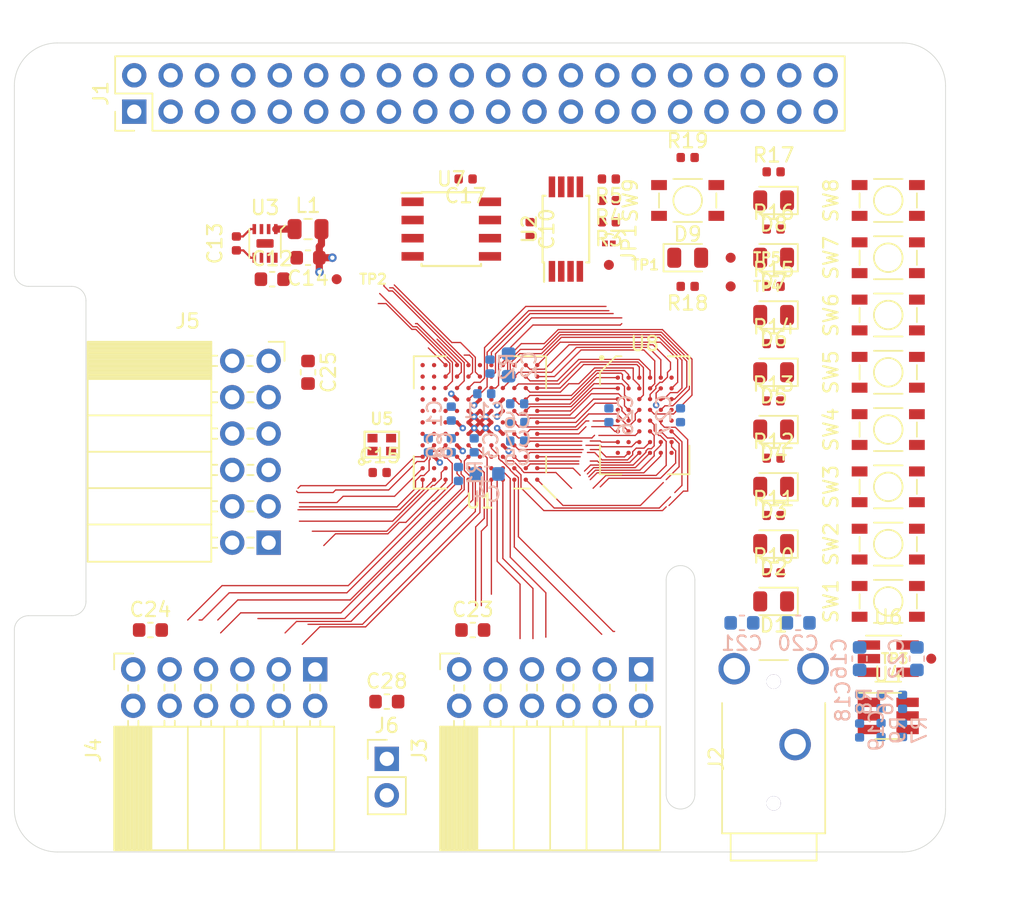
<source format=kicad_pcb>
(kicad_pcb (version 20171130) (host pcbnew 5.1.2+dfsg1-1)
  (layers (0 F.Cu signal) (1 In1.Cu power hide) (2 In2.Cu power) (31 B.Cu signal) (34 B.Paste user) (35 F.Paste user) (36 B.SilkS user hide) (37 F.SilkS user hide) (38 B.Mask user) (39 F.Mask user) (44 Edge.Cuts user))
  (net 0 "")
  (net 1 GND)
  (net 2 +1V2)
  (net 3 "Net-(C2-Pad2)")
  (net 4 "Net-(C2-Pad1)")
  (net 5 "Net-(C4-Pad2)")
  (net 6 "Net-(C4-Pad1)")
  (net 7 +3V3)
  (net 8 +5V)
  (net 9 "Net-(C13-Pad2)")
  (net 10 "Net-(C18-Pad1)")
  (net 11 "Net-(C19-Pad1)")
  (net 12 "Net-(C20-Pad1)")
  (net 13 "Net-(C21-Pad1)")
  (net 14 +3.3VDAC)
  (net 15 "Net-(D1-Pad1)")
  (net 16 /LED0)
  (net 17 /LED1)
  (net 18 "Net-(D2-Pad1)")
  (net 19 "Net-(D3-Pad1)")
  (net 20 /LED2)
  (net 21 /LED3)
  (net 22 "Net-(D4-Pad1)")
  (net 23 /LED4)
  (net 24 "Net-(D5-Pad1)")
  (net 25 "Net-(D6-Pad1)")
  (net 26 /LED5)
  (net 27 /LED6)
  (net 28 "Net-(D7-Pad1)")
  (net 29 "Net-(D8-Pad1)")
  (net 30 /LED7)
  (net 31 /GP13_FPGA_CDONE)
  (net 32 "Net-(J1-Pad3)")
  (net 33 "Net-(J1-Pad5)")
  (net 34 "Net-(J1-Pad7)")
  (net 35 /GP14_UART_TXD)
  (net 36 /GP15_UART_RXD)
  (net 37 "Net-(J1-Pad11)")
  (net 38 "Net-(J1-Pad12)")
  (net 39 /GP27_SDIO_DAT3)
  (net 40 /GP22_SDIO_CLK)
  (net 41 /GP23_SDIO_CMD)
  (net 42 /GP24_SDIO_DAT0)
  (net 43 /GP10_SPI_MOSI)
  (net 44 /GP9_SPI_MISO)
  (net 45 /GP25_SDIO_DAT1)
  (net 46 /GP11_SPI_SCK)
  (net 47 /GP8_SPI_~CS)
  (net 48 "Net-(J1-Pad26)")
  (net 49 /ID_SD)
  (net 50 /ID_SC)
  (net 51 "Net-(J1-Pad29)")
  (net 52 "Net-(J1-Pad31)")
  (net 53 /GP12_FPGA_~RST)
  (net 54 "Net-(J1-Pad35)")
  (net 55 "Net-(J1-Pad36)")
  (net 56 /GP26_SDIO_DAT2)
  (net 57 "Net-(J1-Pad38)")
  (net 58 "Net-(J1-Pad40)")
  (net 59 /IO0_0)
  (net 60 /IO0_1)
  (net 61 /IO0_2)
  (net 62 /IO0_3)
  (net 63 /IO0_4)
  (net 64 /IO0_5)
  (net 65 /IO0_6)
  (net 66 /IO0_7)
  (net 67 /IO1_7)
  (net 68 /IO1_6)
  (net 69 /IO1_5)
  (net 70 /IO1_4)
  (net 71 /IO1_3)
  (net 72 /IO1_2)
  (net 73 /IO1_1)
  (net 74 /IO1_0)
  (net 75 /IO2_0)
  (net 76 /IO2_1)
  (net 77 /IO2_2)
  (net 78 /IO2_3)
  (net 79 /IO2_4)
  (net 80 /IO2_5)
  (net 81 /IO2_6)
  (net 82 /IO2_7)
  (net 83 "Net-(JP1-Pad1)")
  (net 84 "Net-(L1-Pad1)")
  (net 85 "Net-(R6-Pad2)")
  (net 86 "Net-(R7-Pad2)")
  (net 87 /SW0)
  (net 88 /SW1)
  (net 89 /SW2)
  (net 90 /SW3)
  (net 91 /SW4)
  (net 92 /SW5)
  (net 93 /SW6)
  (net 94 /SW7)
  (net 95 /SRAM_DQ0)
  (net 96 /SRAM_DQ5)
  (net 97 /SRAM_DQ7)
  (net 98 /SRAM_DQ6)
  (net 99 /SRAM_DQ12)
  (net 100 /SRAM_A9)
  (net 101 /SRAM_A2)
  (net 102 /SRAM_A4)
  (net 103 /SRAM_A5)
  (net 104 /SRAM_A10)
  (net 105 /SRAM_DQ1)
  (net 106 /SRAM_DQ4)
  (net 107 /SRAM_DQ8)
  (net 108 /SRAM_DQ10)
  (net 109 /SRAM_DQ13)
  (net 110 /SRAM_DQ15)
  (net 111 /SRAM_A3)
  (net 112 /SRAM_A7)
  (net 113 /SRAM_A6)
  (net 114 /SRAM_A12)
  (net 115 /SRAM_DQ3)
  (net 116 /SRAM_DQ9)
  (net 117 /SRAM_DQ11)
  (net 118 /SRAM_A8)
  (net 119 /SRAM_A0)
  (net 120 /SRAM_A1)
  (net 121 /SRAM_A11)
  (net 122 /SRAM_A13)
  (net 123 /SRAM_A15)
  (net 124 /SRAM_DQ2)
  (net 125 /SRAM_DQ14)
  (net 126 /SRAM_A14)
  (net 127 /SRAM_A17)
  (net 128 /SRAM_A16)
  (net 129 /SRAM_~WE)
  (net 130 /SRAM_~OE)
  (net 131 /SRAM_~LB)
  (net 132 /SRAM_~UB)
  (net 133 /AUDIO_R_PWM)
  (net 134 "Net-(U1-PadB10)")
  (net 135 /CLK_OSC)
  (net 136 /AUDIO_L_PWM)
  (module Capacitor_SMD:C_0402_1005Metric (layer B.Cu) (at 128.9 108.1 90)
    (fp_text reference C8 (at 0 1.17 90) (layer B.SilkS) (effects (justify mirror)))
    (fp_text value 100n)
    (pad 2 smd roundrect (at 0.485 0 90) (size 0.59 0.64) (layers B.Cu B.Paste B.Mask) (net 1 GND))
    (pad 1 smd roundrect (at -0.485 0 90) (size 0.59 0.64) (layers B.Cu B.Paste B.Mask) (net 7 +3V3))
  )
  (module fpga_hat:BGA-121_11x11_9.0x9.0mm (layer F.Cu) (at 132.5 106.5 180)
    (fp_text reference U1 (at 0 -5.5) (layer F.SilkS))
    (fp_text value iCE40-HX8k-BG121)
    (pad A1 smd circle (at -4 -4 180) (size 0.3 0.3) (layers F.Cu F.Paste F.Mask) (net 79 /IO2_4))
    (pad B1 smd circle (at -4 -3.2 180) (size 0.3 0.3) (layers F.Cu F.Paste F.Mask) (net 104 /SRAM_A10))
    (pad C1 smd circle (at -4 -2.4 180) (size 0.3 0.3) (layers F.Cu F.Paste F.Mask) (net 96 /SRAM_DQ5))
    (pad D1 smd circle (at -4 -1.6 180) (size 0.3 0.3) (layers F.Cu F.Paste F.Mask) (net 97 /SRAM_DQ7))
    (pad E1 smd circle (at -4 -0.8 180) (size 0.3 0.3) (layers F.Cu F.Paste F.Mask) (net 98 /SRAM_DQ6))
    (pad F1 smd circle (at -4 0 180) (size 0.3 0.3) (layers F.Cu F.Paste F.Mask) (net 99 /SRAM_DQ12))
    (pad G1 smd circle (at -4 0.8 180) (size 0.3 0.3) (layers F.Cu F.Paste F.Mask) (net 107 /SRAM_DQ8))
    (pad H1 smd circle (at -4 1.6 180) (size 0.3 0.3) (layers F.Cu F.Paste F.Mask) (net 132 /SRAM_~UB))
    (pad J1 smd circle (at -4 2.4 180) (size 0.3 0.3) (layers F.Cu F.Paste F.Mask) (net 119 /SRAM_A0))
    (pad K1 smd circle (at -4 3.2 180) (size 0.3 0.3) (layers F.Cu F.Paste F.Mask) (net 102 /SRAM_A4))
    (pad L1 smd circle (at -4 4 180) (size 0.3 0.3) (layers F.Cu F.Paste F.Mask) (net 95 /SRAM_DQ0))
    (pad A2 smd circle (at -3.2 -4 180) (size 0.3 0.3) (layers F.Cu F.Paste F.Mask) (net 77 /IO2_2))
    (pad B2 smd circle (at -3.2 -3.2 180) (size 0.3 0.3) (layers F.Cu F.Paste F.Mask) (net 123 /SRAM_A15))
    (pad C2 smd circle (at -3.2 -2.4 180) (size 0.3 0.3) (layers F.Cu F.Paste F.Mask) (net 106 /SRAM_DQ4))
    (pad D2 smd circle (at -3.2 -1.6 180) (size 0.3 0.3) (layers F.Cu F.Paste F.Mask) (net 121 /SRAM_A11))
    (pad E2 smd circle (at -3.2 -0.8 180) (size 0.3 0.3) (layers F.Cu F.Paste F.Mask) (net 110 /SRAM_DQ15))
    (pad F2 smd circle (at -3.2 0 180) (size 0.3 0.3) (layers F.Cu F.Paste F.Mask) (net 116 /SRAM_DQ9))
    (pad G2 smd circle (at -3.2 0.8 180) (size 0.3 0.3) (layers F.Cu F.Paste F.Mask) (net 108 /SRAM_DQ10))
    (pad H2 smd circle (at -3.2 1.6 180) (size 0.3 0.3) (layers F.Cu F.Paste F.Mask) (net 130 /SRAM_~OE))
    (pad J2 smd circle (at -3.2 2.4 180) (size 0.3 0.3) (layers F.Cu F.Paste F.Mask) (net 128 /SRAM_A16))
    (pad K2 smd circle (at -3.2 3.2 180) (size 0.3 0.3) (layers F.Cu F.Paste F.Mask) (net 120 /SRAM_A1))
    (pad L2 smd circle (at -3.2 4 180) (size 0.3 0.3) (layers F.Cu F.Paste F.Mask) (net 113 /SRAM_A6))
    (pad A3 smd circle (at -2.4 -4 180) (size 0.3 0.3) (layers F.Cu F.Paste F.Mask) (net 78 /IO2_3))
    (pad B3 smd circle (at -2.4 -3.2 180) (size 0.3 0.3) (layers F.Cu F.Paste F.Mask) (net 76 /IO2_1))
    (pad C3 smd circle (at -2.4 -2.4 180) (size 0.3 0.3) (layers F.Cu F.Paste F.Mask) (net 118 /SRAM_A8))
    (pad D3 smd circle (at -2.4 -1.6 180) (size 0.3 0.3) (layers F.Cu F.Paste F.Mask) (net 109 /SRAM_DQ13))
    (pad E3 smd circle (at -2.4 -0.8 180) (size 0.3 0.3) (layers F.Cu F.Paste F.Mask) (net 100 /SRAM_A9))
    (pad F3 smd circle (at -2.4 0 180) (size 0.3 0.3) (layers F.Cu F.Paste F.Mask) (net 127 /SRAM_A17))
    (pad G3 smd circle (at -2.4 0.8 180) (size 0.3 0.3) (layers F.Cu F.Paste F.Mask) (net 117 /SRAM_DQ11))
    (pad H3 smd circle (at -2.4 1.6 180) (size 0.3 0.3) (layers F.Cu F.Paste F.Mask) (net 131 /SRAM_~LB))
    (pad J3 smd circle (at -2.4 2.4 180) (size 0.3 0.3) (layers F.Cu F.Paste F.Mask) (net 103 /SRAM_A5))
    (pad K3 smd circle (at -2.4 3.2 180) (size 0.3 0.3) (layers F.Cu F.Paste F.Mask) (net 101 /SRAM_A2))
    (pad L3 smd circle (at -2.4 4 180) (size 0.3 0.3) (layers F.Cu F.Paste F.Mask) (net 105 /SRAM_DQ1))
    (pad A4 smd circle (at -1.6 -4 180) (size 0.3 0.3) (layers F.Cu F.Paste F.Mask) (net 68 /IO1_6))
    (pad B4 smd circle (at -1.6 -3.2 180) (size 0.3 0.3) (layers F.Cu F.Paste F.Mask) (net 75 /IO2_0))
    (pad C4 smd circle (at -1.6 -2.4 180) (size 0.3 0.3) (layers F.Cu F.Paste F.Mask) (net 126 /SRAM_A14))
    (pad D4 smd circle (at -1.6 -1.6 180) (size 0.3 0.3) (layers F.Cu F.Paste F.Mask) (net 2 +1V2))
    (pad E4 smd circle (at -1.6 -0.8 180) (size 0.3 0.3) (layers F.Cu F.Paste F.Mask) (net 7 +3V3))
    (pad F4 smd circle (at -1.6 0 180) (size 0.3 0.3) (layers F.Cu F.Paste F.Mask) (net 125 /SRAM_DQ14))
    (pad G4 smd circle (at -1.6 0.8 180) (size 0.3 0.3) (layers F.Cu F.Paste F.Mask) (net 7 +3V3))
    (pad H4 smd circle (at -1.6 1.6 180) (size 0.3 0.3) (layers F.Cu F.Paste F.Mask) (net 2 +1V2))
    (pad J4 smd circle (at -1.6 2.4 180) (size 0.3 0.3) (layers F.Cu F.Paste F.Mask) (net 124 /SRAM_DQ2))
    (pad K4 smd circle (at -1.6 3.2 180) (size 0.3 0.3) (layers F.Cu F.Paste F.Mask) (net 115 /SRAM_DQ3))
    (pad L4 smd circle (at -1.6 4 180) (size 0.3 0.3) (layers F.Cu F.Paste F.Mask) (net 112 /SRAM_A7))
    (pad A5 smd circle (at -0.8 -4 180) (size 0.3 0.3) (layers F.Cu F.Paste F.Mask) (net 70 /IO1_4))
    (pad B5 smd circle (at -0.8 -3.2 180) (size 0.3 0.3) (layers F.Cu F.Paste F.Mask) (net 69 /IO1_5))
    (pad C5 smd circle (at -0.8 -2.4 180) (size 0.3 0.3) (layers F.Cu F.Paste F.Mask) (net 5 "Net-(C4-Pad2)"))
    (pad D5 smd circle (at -0.8 -1.6 180) (size 0.3 0.3) (layers F.Cu F.Paste F.Mask) (net 67 /IO1_7))
    (pad E5 smd circle (at -0.8 -0.8 180) (size 0.3 0.3) (layers F.Cu F.Paste F.Mask) (net 1 GND))
    (pad F5 smd circle (at -0.8 0 180) (size 0.3 0.3) (layers F.Cu F.Paste F.Mask) (net 1 GND))
    (pad G5 smd circle (at -0.8 0.8 180) (size 0.3 0.3) (layers F.Cu F.Paste F.Mask) (net 1 GND))
    (pad H5 smd circle (at -0.8 1.6 180) (size 0.3 0.3) (layers F.Cu F.Paste F.Mask) (net 1 GND))
    (pad J5 smd circle (at -0.8 2.4 180) (size 0.3 0.3) (layers F.Cu F.Paste F.Mask) (net 129 /SRAM_~WE))
    (pad K5 smd circle (at -0.8 3.2 180) (size 0.3 0.3) (layers F.Cu F.Paste F.Mask) (net 111 /SRAM_A3))
    (pad L5 smd circle (at -0.8 4 180) (size 0.3 0.3) (layers F.Cu F.Paste F.Mask) (net 56 /GP26_SDIO_DAT2))
    (pad A6 smd circle (at 0 -4 180) (size 0.3 0.3) (layers F.Cu F.Paste F.Mask) (net 71 /IO1_3))
    (pad B6 smd circle (at 0 -3.2 180) (size 0.3 0.3) (layers F.Cu F.Paste F.Mask) (net 81 /IO2_6))
    (pad C6 smd circle (at 0 -2.4 180) (size 0.3 0.3) (layers F.Cu F.Paste F.Mask) (net 6 "Net-(C4-Pad1)"))
    (pad D6 smd circle (at 0 -1.6 180) (size 0.3 0.3) (layers F.Cu F.Paste F.Mask) (net 7 +3V3))
    (pad E6 smd circle (at 0 -0.8 180) (size 0.3 0.3) (layers F.Cu F.Paste F.Mask) (net 1 GND))
    (pad F6 smd circle (at 0 0 180) (size 0.3 0.3) (layers F.Cu F.Paste F.Mask) (net 1 GND))
    (pad G6 smd circle (at 0 0.8 180) (size 0.3 0.3) (layers F.Cu F.Paste F.Mask) (net 1 GND))
    (pad H6 smd circle (at 0 1.6 180) (size 0.3 0.3) (layers F.Cu F.Paste F.Mask) (net 7 +3V3))
    (pad J6 smd circle (at 0 2.4 180) (size 0.3 0.3) (layers F.Cu F.Paste F.Mask) (net 4 "Net-(C2-Pad1)"))
    (pad K6 smd circle (at 0 3.2 180) (size 0.3 0.3) (layers F.Cu F.Paste F.Mask) (net 39 /GP27_SDIO_DAT3))
    (pad L6 smd circle (at 0 4 180) (size 0.3 0.3) (layers F.Cu F.Paste F.Mask) (net 3 "Net-(C2-Pad2)"))
    (pad A7 smd circle (at 0.8 -4 180) (size 0.3 0.3) (layers F.Cu F.Paste F.Mask) (net 72 /IO1_2))
    (pad B7 smd circle (at 0.8 -3.2 180) (size 0.3 0.3) (layers F.Cu F.Paste F.Mask) (net 80 /IO2_5))
    (pad C7 smd circle (at 0.8 -2.4 180) (size 0.3 0.3) (layers F.Cu F.Paste F.Mask) (net 73 /IO1_1))
    (pad D7 smd circle (at 0.8 -1.6 180) (size 0.3 0.3) (layers F.Cu F.Paste F.Mask) (net 66 /IO0_7))
    (pad E7 smd circle (at 0.8 -0.8 180) (size 0.3 0.3) (layers F.Cu F.Paste F.Mask) (net 1 GND))
    (pad F7 smd circle (at 0.8 0 180) (size 0.3 0.3) (layers F.Cu F.Paste F.Mask) (net 1 GND))
    (pad G7 smd circle (at 0.8 0.8 180) (size 0.3 0.3) (layers F.Cu F.Paste F.Mask) (net 1 GND))
    (pad H7 smd circle (at 0.8 1.6 180) (size 0.3 0.3) (layers F.Cu F.Paste F.Mask) (net 114 /SRAM_A12))
    (pad J7 smd circle (at 0.8 2.4 180) (size 0.3 0.3) (layers F.Cu F.Paste F.Mask) (net 122 /SRAM_A13))
    (pad K7 smd circle (at 0.8 3.2 180) (size 0.3 0.3) (layers F.Cu F.Paste F.Mask) (net 133 /AUDIO_R_PWM))
    (pad L7 smd circle (at 0.8 4 180) (size 0.3 0.3) (layers F.Cu F.Paste F.Mask) (net 41 /GP23_SDIO_CMD))
    (pad A8 smd circle (at 1.6 -4 180) (size 0.3 0.3) (layers F.Cu F.Paste F.Mask) (net 74 /IO1_0))
    (pad B8 smd circle (at 1.6 -3.2 180) (size 0.3 0.3) (layers F.Cu F.Paste F.Mask) (net 63 /IO0_4))
    (pad C8 smd circle (at 1.6 -2.4 180) (size 0.3 0.3) (layers F.Cu F.Paste F.Mask) (net 65 /IO0_6))
    (pad D8 smd circle (at 1.6 -1.6 180) (size 0.3 0.3) (layers F.Cu F.Paste F.Mask) (net 2 +1V2))
    (pad E8 smd circle (at 1.6 -0.8 180) (size 0.3 0.3) (layers F.Cu F.Paste F.Mask) (net 90 /SW3))
    (pad F8 smd circle (at 1.6 0 180) (size 0.3 0.3) (layers F.Cu F.Paste F.Mask) (net 7 +3V3))
    (pad G8 smd circle (at 1.6 0.8 180) (size 0.3 0.3) (layers F.Cu F.Paste F.Mask) (net 21 /LED3))
    (pad H8 smd circle (at 1.6 1.6 180) (size 0.3 0.3) (layers F.Cu F.Paste F.Mask) (net 2 +1V2))
    (pad J8 smd circle (at 1.6 2.4 180) (size 0.3 0.3) (layers F.Cu F.Paste F.Mask) (net 40 /GP22_SDIO_CLK))
    (pad K8 smd circle (at 1.6 3.2 180) (size 0.3 0.3) (layers F.Cu F.Paste F.Mask) (net 31 /GP13_FPGA_CDONE))
    (pad L8 smd circle (at 1.6 4 180) (size 0.3 0.3) (layers F.Cu F.Paste F.Mask) (net 42 /GP24_SDIO_DAT0))
    (pad A9 smd circle (at 2.4 -4 180) (size 0.3 0.3) (layers F.Cu F.Paste F.Mask) (net 64 /IO0_5))
    (pad B9 smd circle (at 2.4 -3.2 180) (size 0.3 0.3) (layers F.Cu F.Paste F.Mask) (net 62 /IO0_3))
    (pad C9 smd circle (at 2.4 -2.4 180) (size 0.3 0.3) (layers F.Cu F.Paste F.Mask) (net 61 /IO0_2))
    (pad D9 smd circle (at 2.4 -1.6 180) (size 0.3 0.3) (layers F.Cu F.Paste F.Mask) (net 91 /SW4))
    (pad E9 smd circle (at 2.4 -0.8 180) (size 0.3 0.3) (layers F.Cu F.Paste F.Mask) (net 89 /SW2))
    (pad F9 smd circle (at 2.4 0 180) (size 0.3 0.3) (layers F.Cu F.Paste F.Mask) (net 88 /SW1))
    (pad G9 smd circle (at 2.4 0.8 180) (size 0.3 0.3) (layers F.Cu F.Paste F.Mask) (net 27 /LED6))
    (pad H9 smd circle (at 2.4 1.6 180) (size 0.3 0.3) (layers F.Cu F.Paste F.Mask) (net 45 /GP25_SDIO_DAT1))
    (pad J9 smd circle (at 2.4 2.4 180) (size 0.3 0.3) (layers F.Cu F.Paste F.Mask) (net 44 /GP9_SPI_MISO))
    (pad K9 smd circle (at 2.4 3.2 180) (size 0.3 0.3) (layers F.Cu F.Paste F.Mask) (net 43 /GP10_SPI_MOSI))
    (pad L9 smd circle (at 2.4 4 180) (size 0.3 0.3) (layers F.Cu F.Paste F.Mask) (net 53 /GP12_FPGA_~RST))
    (pad A10 smd circle (at 3.2 -4 180) (size 0.3 0.3) (layers F.Cu F.Paste F.Mask) (net 60 /IO0_1))
    (pad B10 smd circle (at 3.2 -3.2 180) (size 0.3 0.3) (layers F.Cu F.Paste F.Mask) (net 134 "Net-(U1-PadB10)"))
    (pad C10 smd circle (at 3.2 -2.4 180) (size 0.3 0.3) (layers F.Cu F.Paste F.Mask) (net 7 +3V3))
    (pad D10 smd circle (at 3.2 -1.6 180) (size 0.3 0.3) (layers F.Cu F.Paste F.Mask) (net 94 /SW7))
    (pad E10 smd circle (at 3.2 -0.8 180) (size 0.3 0.3) (layers F.Cu F.Paste F.Mask) (net 135 /CLK_OSC))
    (pad F10 smd circle (at 3.2 0 180) (size 0.3 0.3) (layers F.Cu F.Paste F.Mask) (net 87 /SW0))
    (pad G10 smd circle (at 3.2 0.8 180) (size 0.3 0.3) (layers F.Cu F.Paste F.Mask) (net 26 /LED5))
    (pad H10 smd circle (at 3.2 1.6 180) (size 0.3 0.3) (layers F.Cu F.Paste F.Mask) (net 17 /LED1))
    (pad J10 smd circle (at 3.2 2.4 180) (size 0.3 0.3) (layers F.Cu F.Paste F.Mask) (net 20 /LED2))
    (pad K10 smd circle (at 3.2 3.2 180) (size 0.3 0.3) (layers F.Cu F.Paste F.Mask) (net 47 /GP8_SPI_~CS))
    (pad L10 smd circle (at 3.2 4 180) (size 0.3 0.3) (layers F.Cu F.Paste F.Mask) (net 46 /GP11_SPI_SCK))
    (pad A11 smd circle (at 4 -4 180) (size 0.3 0.3) (layers F.Cu F.Paste F.Mask) (net 59 /IO0_0))
    (pad B11 smd circle (at 4 -3.2 180) (size 0.3 0.3) (layers F.Cu F.Paste F.Mask) (net 36 /GP15_UART_RXD))
    (pad C11 smd circle (at 4 -2.4 180) (size 0.3 0.3) (layers F.Cu F.Paste F.Mask) (net 35 /GP14_UART_TXD))
    (pad D11 smd circle (at 4 -1.6 180) (size 0.3 0.3) (layers F.Cu F.Paste F.Mask) (net 93 /SW6))
    (pad E11 smd circle (at 4 -0.8 180) (size 0.3 0.3) (layers F.Cu F.Paste F.Mask) (net 92 /SW5))
    (pad F11 smd circle (at 4 0 180) (size 0.3 0.3) (layers F.Cu F.Paste F.Mask) (net 136 /AUDIO_L_PWM))
    (pad G11 smd circle (at 4 0.8 180) (size 0.3 0.3) (layers F.Cu F.Paste F.Mask) (net 30 /LED7))
    (pad H11 smd circle (at 4 1.6 180) (size 0.3 0.3) (layers F.Cu F.Paste F.Mask) (net 23 /LED4))
    (pad J11 smd circle (at 4 2.4 180) (size 0.3 0.3) (layers F.Cu F.Paste F.Mask) (net 82 /IO2_7))
    (pad K11 smd circle (at 4 3.2 180) (size 0.3 0.3) (layers F.Cu F.Paste F.Mask) (net 16 /LED0))
    (pad L11 smd circle (at 4 4 180) (size 0.3 0.3) (layers F.Cu F.Paste F.Mask) (net 7 +3V3))
  )
  (module fpga_hat:MOUNTHOLE_M2.5 (layer F.Cu) (at 161.5 83.5)
    (fp_text reference REF** hide)
    (fp_text value MOUNTHOLE_M2.5 hide)
    (pad "" np_thru_hole circle (at 0 0) (size 2.75 2.75) (drill 2.75) (layers *.Cu *.Mask) (thermal_gap 1.9))
  )
  (module fpga_hat:MOUNTHOLE_M2.5 (layer F.Cu) (at 161.5 133)
    (fp_text reference REF** hide)
    (fp_text value MOUNTHOLE_M2.5 hide)
    (pad "" np_thru_hole circle (at 0 0) (size 2.75 2.75) (drill 2.75) (layers *.Cu *.Mask) (thermal_gap 1.9))
  )
  (module fpga_hat:MOUNTHOLE_M2.5 (layer F.Cu) (at 103.5 133)
    (fp_text reference REF** hide)
    (fp_text value MOUNTHOLE_M2.5 hide)
    (pad "" np_thru_hole circle (at 0 0) (size 2.75 2.75) (drill 2.75) (layers *.Cu *.Mask) (thermal_gap 1.9))
  )
  (module fpga_hat:MOUNTHOLE_M2.5 (layer F.Cu) (at 103.5 83.5)
    (fp_text reference REF** hide)
    (fp_text value MOUNTHOLE_M2.5 hide)
    (pad "" np_thru_hole circle (at 0 0) (size 2.75 2.75) (drill 2.75) (layers *.Cu *.Mask) (thermal_gap 1.9))
  )
  (module Capacitor_SMD:C_0402_1005Metric (layer B.Cu) (at 130.5 105.885 270)
    (fp_text reference C1 (at 0 1.17 90) (layer B.SilkS) (effects (justify mirror)))
    (fp_text value 100n)
    (pad 2 smd roundrect (at 0.485 0 270) (size 0.59 0.64) (layers B.Cu B.Paste B.Mask) (net 1 GND))
    (pad 1 smd roundrect (at -0.485 0 270) (size 0.59 0.64) (layers B.Cu B.Paste B.Mask) (net 2 +1V2))
  )
  (module Capacitor_SMD:C_0603_1608Metric (layer B.Cu) (at 134.5 102.4875 90)
    (fp_text reference C2 (at 0 1.43 90) (layer B.SilkS) (effects (justify mirror)))
    (fp_text value 4u7)
    (pad 2 smd roundrect (at 0.7875 0 90) (size 0.875 0.95) (layers B.Cu B.Paste B.Mask) (net 3 "Net-(C2-Pad2)"))
    (pad 1 smd roundrect (at -0.7875 0 90) (size 0.875 0.95) (layers B.Cu B.Paste B.Mask) (net 4 "Net-(C2-Pad1)"))
  )
  (module Capacitor_SMD:C_0402_1005Metric (layer B.Cu) (at 132.1 108.1 90)
    (fp_text reference C3 (at 0 1.17 90) (layer B.SilkS) (effects (justify mirror)))
    (fp_text value 100n)
    (pad 1 smd roundrect (at -0.485 0 90) (size 0.59 0.64) (layers B.Cu B.Paste B.Mask) (net 2 +1V2))
    (pad 2 smd roundrect (at 0.485 0 90) (size 0.59 0.64) (layers B.Cu B.Paste B.Mask) (net 1 GND))
  )
  (module Capacitor_SMD:C_0603_1608Metric (layer B.Cu) (at 133 110.1)
    (fp_text reference C4 (at 0 1.43) (layer B.SilkS) (effects (justify mirror)))
    (fp_text value 4u7)
    (pad 1 smd roundrect (at -0.7875 0) (size 0.875 0.95) (layers B.Cu B.Paste B.Mask) (net 6 "Net-(C4-Pad1)"))
    (pad 2 smd roundrect (at 0.7875 0) (size 0.875 0.95) (layers B.Cu B.Paste B.Mask) (net 5 "Net-(C4-Pad2)"))
  )
  (module Capacitor_SMD:C_0402_1005Metric (layer B.Cu) (at 135.1 107.8)
    (fp_text reference C5 (at 0 1.17 180) (layer B.SilkS) (effects (justify mirror)))
    (fp_text value 100n)
    (pad 1 smd roundrect (at -0.485 0) (size 0.59 0.64) (layers B.Cu B.Paste B.Mask) (net 2 +1V2))
    (pad 2 smd roundrect (at 0.485 0) (size 0.59 0.64) (layers B.Cu B.Paste B.Mask) (net 1 GND))
  )
  (module Capacitor_SMD:C_0402_1005Metric (layer B.Cu) (at 135.1 105.2)
    (fp_text reference C6 (at 0 1.17) (layer B.SilkS) (effects (justify mirror)))
    (fp_text value 100n)
    (pad 2 smd roundrect (at 0.485 0) (size 0.59 0.64) (layers B.Cu B.Paste B.Mask) (net 1 GND))
    (pad 1 smd roundrect (at -0.485 0) (size 0.59 0.64) (layers B.Cu B.Paste B.Mask) (net 2 +1V2))
  )
  (module Capacitor_SMD:C_0402_1005Metric (layer B.Cu) (at 135.115 106.5)
    (fp_text reference C7 (at 0 1.17 180) (layer B.SilkS) (effects (justify mirror)))
    (fp_text value 100n)
    (pad 2 smd roundrect (at 0.485 0) (size 0.59 0.64) (layers B.Cu B.Paste B.Mask) (net 1 GND))
    (pad 1 smd roundrect (at -0.485 0) (size 0.59 0.64) (layers B.Cu B.Paste B.Mask) (net 7 +3V3))
  )
  (module Capacitor_SMD:C_0402_1005Metric (layer B.Cu) (at 130.5 108.1 270)
    (fp_text reference C9 (at 0 1.17 90) (layer B.SilkS) (effects (justify mirror)))
    (fp_text value 100n)
    (pad 2 smd roundrect (at 0.485 0 270) (size 0.59 0.64) (layers B.Cu B.Paste B.Mask) (net 1 GND))
    (pad 1 smd roundrect (at -0.485 0 270) (size 0.59 0.64) (layers B.Cu B.Paste B.Mask) (net 7 +3V3))
  )
  (module Capacitor_SMD:C_0402_1005Metric (layer F.Cu) (at 136 93 270)
    (fp_text reference C10 (at 0 -1.17 90) (layer F.SilkS))
    (fp_text value 100n)
    (pad 2 smd roundrect (at 0.485 0 270) (size 0.59 0.64) (layers F.Cu F.Paste F.Mask) (net 1 GND))
    (pad 1 smd roundrect (at -0.485 0 270) (size 0.59 0.64) (layers F.Cu F.Paste F.Mask) (net 7 +3V3))
  )
  (module Capacitor_SMD:C_0402_1005Metric (layer B.Cu) (at 132.8 104.5)
    (fp_text reference C11 (at 0 1.17) (layer B.SilkS) (effects (justify mirror)))
    (fp_text value 100n)
    (pad 1 smd roundrect (at -0.485 0) (size 0.59 0.64) (layers B.Cu B.Paste B.Mask) (net 7 +3V3))
    (pad 2 smd roundrect (at 0.485 0) (size 0.59 0.64) (layers B.Cu B.Paste B.Mask) (net 1 GND))
  )
  (module Capacitor_SMD:C_0603_1608Metric (layer F.Cu) (at 118 96.5)
    (fp_text reference C12 (at 0 -1.43) (layer F.SilkS))
    (fp_text value 4u7)
    (pad 2 smd roundrect (at 0.7875 0) (size 0.875 0.95) (layers F.Cu F.Paste F.Mask) (net 1 GND))
    (pad 1 smd roundrect (at -0.7875 0) (size 0.875 0.95) (layers F.Cu F.Paste F.Mask) (net 8 +5V))
  )
  (module Capacitor_SMD:C_0402_1005Metric (layer F.Cu) (at 115.5 94 270)
    (fp_text reference C13 (at 0 1.5 90) (layer F.SilkS))
    (fp_text value 560p)
    (pad 1 smd roundrect (at -0.485 0 270) (size 0.59 0.64) (layers F.Cu F.Paste F.Mask) (net 2 +1V2))
    (pad 2 smd roundrect (at 0.485 0 270) (size 0.59 0.64) (layers F.Cu F.Paste F.Mask) (net 9 "Net-(C13-Pad2)"))
  )
  (module Capacitor_SMD:C_0603_1608Metric (layer F.Cu) (at 120.5 95 180)
    (fp_text reference C14 (at 0 -1.43) (layer F.SilkS))
    (fp_text value 4u7)
    (pad 2 smd roundrect (at 0.7875 0 180) (size 0.875 0.95) (layers F.Cu F.Paste F.Mask) (net 1 GND))
    (pad 1 smd roundrect (at -0.7875 0 180) (size 0.875 0.95) (layers F.Cu F.Paste F.Mask) (net 2 +1V2))
  )
  (module Capacitor_SMD:C_0402_1005Metric (layer F.Cu) (at 125.5 110)
    (fp_text reference C15 (at 0 -1.17) (layer F.SilkS))
    (fp_text value 100n)
    (pad 2 smd roundrect (at 0.485 0) (size 0.59 0.64) (layers F.Cu F.Paste F.Mask) (net 1 GND))
    (pad 1 smd roundrect (at -0.485 0) (size 0.59 0.64) (layers F.Cu F.Paste F.Mask) (net 7 +3V3))
  )
  (module Capacitor_SMD:C_0603_1608Metric (layer B.Cu) (at 159 123 270)
    (fp_text reference C16 (at 0 1.43 90) (layer B.SilkS) (effects (justify mirror)))
    (fp_text value 1u)
    (pad 1 smd roundrect (at -0.7875 0 270) (size 0.875 0.95) (layers B.Cu B.Paste B.Mask) (net 8 +5V))
    (pad 2 smd roundrect (at 0.7875 0 270) (size 0.875 0.95) (layers B.Cu B.Paste B.Mask) (net 1 GND))
  )
  (module Capacitor_SMD:C_0402_1005Metric (layer F.Cu) (at 131.5 89.5 180)
    (fp_text reference C17 (at 0 -1.17) (layer F.SilkS))
    (fp_text value 100n)
    (pad 1 smd roundrect (at -0.485 0 180) (size 0.59 0.64) (layers F.Cu F.Paste F.Mask) (net 7 +3V3))
    (pad 2 smd roundrect (at 0.485 0 180) (size 0.59 0.64) (layers F.Cu F.Paste F.Mask) (net 1 GND))
  )
  (module Capacitor_SMD:C_0402_1005Metric (layer B.Cu) (at 159 125.985 270)
    (fp_text reference C18 (at 0 1.17 90) (layer B.SilkS) (effects (justify mirror)))
    (fp_text value 100n)
    (pad 1 smd roundrect (at -0.485 0 270) (size 0.59 0.64) (layers B.Cu B.Paste B.Mask) (net 10 "Net-(C18-Pad1)"))
    (pad 2 smd roundrect (at 0.485 0 270) (size 0.59 0.64) (layers B.Cu B.Paste B.Mask) (net 1 GND))
  )
  (module Capacitor_SMD:C_0402_1005Metric (layer B.Cu) (at 159 128.015 90)
    (fp_text reference C19 (at 0 1.17 90) (layer B.SilkS) (effects (justify mirror)))
    (fp_text value 100n)
    (pad 1 smd roundrect (at -0.485 0 90) (size 0.59 0.64) (layers B.Cu B.Paste B.Mask) (net 11 "Net-(C19-Pad1)"))
    (pad 2 smd roundrect (at 0.485 0 90) (size 0.59 0.64) (layers B.Cu B.Paste B.Mask) (net 1 GND))
  )
  (module Capacitor_SMD:C_0603_1608Metric (layer B.Cu) (at 154.7125 120.5)
    (fp_text reference C20 (at 0 1.43) (layer B.SilkS) (effects (justify mirror)))
    (fp_text value 4u7)
    (pad 1 smd roundrect (at -0.7875 0) (size 0.875 0.95) (layers B.Cu B.Paste B.Mask) (net 12 "Net-(C20-Pad1)"))
    (pad 2 smd roundrect (at 0.7875 0) (size 0.875 0.95) (layers B.Cu B.Paste B.Mask) (net 10 "Net-(C18-Pad1)"))
  )
  (module Capacitor_SMD:C_0603_1608Metric (layer B.Cu) (at 150.7875 120.5)
    (fp_text reference C21 (at 0 1.43) (layer B.SilkS) (effects (justify mirror)))
    (fp_text value 4u7)
    (pad 1 smd roundrect (at -0.7875 0) (size 0.875 0.95) (layers B.Cu B.Paste B.Mask) (net 13 "Net-(C21-Pad1)"))
    (pad 2 smd roundrect (at 0.7875 0) (size 0.875 0.95) (layers B.Cu B.Paste B.Mask) (net 11 "Net-(C19-Pad1)"))
  )
  (module Capacitor_SMD:C_0603_1608Metric (layer B.Cu) (at 163 123 270)
    (fp_text reference C22 (at 0 1.43 90) (layer B.SilkS) (effects (justify mirror)))
    (fp_text value 1u)
    (pad 2 smd roundrect (at 0.7875 0 270) (size 0.875 0.95) (layers B.Cu B.Paste B.Mask) (net 1 GND))
    (pad 1 smd roundrect (at -0.7875 0 270) (size 0.875 0.95) (layers B.Cu B.Paste B.Mask) (net 14 +3.3VDAC))
  )
  (module Capacitor_SMD:C_0603_1608Metric (layer F.Cu) (at 132 121)
    (fp_text reference C23 (at 0 -1.43) (layer F.SilkS))
    (fp_text value 1u)
    (pad 2 smd roundrect (at 0.7875 0) (size 0.875 0.95) (layers F.Cu F.Paste F.Mask) (net 1 GND))
    (pad 1 smd roundrect (at -0.7875 0) (size 0.875 0.95) (layers F.Cu F.Paste F.Mask) (net 7 +3V3))
  )
  (module Capacitor_SMD:C_0603_1608Metric (layer F.Cu) (at 109.5 121)
    (fp_text reference C24 (at 0 -1.43) (layer F.SilkS))
    (fp_text value 1u)
    (pad 1 smd roundrect (at -0.7875 0) (size 0.875 0.95) (layers F.Cu F.Paste F.Mask) (net 7 +3V3))
    (pad 2 smd roundrect (at 0.7875 0) (size 0.875 0.95) (layers F.Cu F.Paste F.Mask) (net 1 GND))
  )
  (module Capacitor_SMD:C_0603_1608Metric (layer F.Cu) (at 120.5 103 270)
    (fp_text reference C25 (at 0 -1.43 90) (layer F.SilkS))
    (fp_text value 1u)
    (pad 2 smd roundrect (at 0.7875 0 270) (size 0.875 0.95) (layers F.Cu F.Paste F.Mask) (net 1 GND))
    (pad 1 smd roundrect (at -0.7875 0 270) (size 0.875 0.95) (layers F.Cu F.Paste F.Mask) (net 7 +3V3))
  )
  (module Capacitor_SMD:C_0402_1005Metric (layer B.Cu) (at 141.5 106 90)
    (fp_text reference C26 (at 0 1.17 270) (layer B.SilkS) (effects (justify mirror)))
    (fp_text value 100n)
    (pad 1 smd roundrect (at -0.485 0 90) (size 0.59 0.64) (layers B.Cu B.Paste B.Mask) (net 7 +3V3))
    (pad 2 smd roundrect (at 0.485 0 90) (size 0.59 0.64) (layers B.Cu B.Paste B.Mask) (net 1 GND))
  )
  (module Capacitor_SMD:C_0402_1005Metric (layer B.Cu) (at 146.5 106 270)
    (fp_text reference C27 (at 0 1.17 270) (layer B.SilkS) (effects (justify mirror)))
    (fp_text value 100n)
    (pad 2 smd roundrect (at 0.485 0 270) (size 0.59 0.64) (layers B.Cu B.Paste B.Mask) (net 1 GND))
    (pad 1 smd roundrect (at -0.485 0 270) (size 0.59 0.64) (layers B.Cu B.Paste B.Mask) (net 7 +3V3))
  )
  (module Capacitor_SMD:C_0603_1608Metric (layer F.Cu) (at 126 126)
    (fp_text reference C28 (at 0 -1.43) (layer F.SilkS))
    (fp_text value 1u)
    (pad 1 smd roundrect (at -0.7875 0) (size 0.875 0.95) (layers F.Cu F.Paste F.Mask) (net 8 +5V))
    (pad 2 smd roundrect (at 0.7875 0) (size 0.875 0.95) (layers F.Cu F.Paste F.Mask) (net 1 GND))
  )
  (module LED_SMD:LED_0805_2012Metric (layer F.Cu) (at 153 119 180)
    (fp_text reference D1 (at 0 -1.65) (layer F.SilkS))
    (fp_text value LED)
    (pad 1 smd roundrect (at -0.9375 0 180) (size 0.975 1.4) (layers F.Cu F.Paste F.Mask) (net 15 "Net-(D1-Pad1)"))
    (pad 2 smd roundrect (at 0.9375 0 180) (size 0.975 1.4) (layers F.Cu F.Paste F.Mask) (net 16 /LED0))
  )
  (module LED_SMD:LED_0805_2012Metric (layer F.Cu) (at 153 115 180)
    (fp_text reference D2 (at 0 -1.65) (layer F.SilkS))
    (fp_text value LED)
    (pad 1 smd roundrect (at -0.9375 0 180) (size 0.975 1.4) (layers F.Cu F.Paste F.Mask) (net 18 "Net-(D2-Pad1)"))
    (pad 2 smd roundrect (at 0.9375 0 180) (size 0.975 1.4) (layers F.Cu F.Paste F.Mask) (net 17 /LED1))
  )
  (module LED_SMD:LED_0805_2012Metric (layer F.Cu) (at 153 111 180)
    (fp_text reference D3 (at 0 -1.65) (layer F.SilkS))
    (fp_text value LED)
    (pad 2 smd roundrect (at 0.9375 0 180) (size 0.975 1.4) (layers F.Cu F.Paste F.Mask) (net 20 /LED2))
    (pad 1 smd roundrect (at -0.9375 0 180) (size 0.975 1.4) (layers F.Cu F.Paste F.Mask) (net 19 "Net-(D3-Pad1)"))
  )
  (module LED_SMD:LED_0805_2012Metric (layer F.Cu) (at 153 107 180)
    (fp_text reference D4 (at 0 -1.65) (layer F.SilkS))
    (fp_text value LED)
    (pad 1 smd roundrect (at -0.9375 0 180) (size 0.975 1.4) (layers F.Cu F.Paste F.Mask) (net 22 "Net-(D4-Pad1)"))
    (pad 2 smd roundrect (at 0.9375 0 180) (size 0.975 1.4) (layers F.Cu F.Paste F.Mask) (net 21 /LED3))
  )
  (module LED_SMD:LED_0805_2012Metric (layer F.Cu) (at 153 103 180)
    (fp_text reference D5 (at 0 -1.65) (layer F.SilkS))
    (fp_text value LED)
    (pad 2 smd roundrect (at 0.9375 0 180) (size 0.975 1.4) (layers F.Cu F.Paste F.Mask) (net 23 /LED4))
    (pad 1 smd roundrect (at -0.9375 0 180) (size 0.975 1.4) (layers F.Cu F.Paste F.Mask) (net 24 "Net-(D5-Pad1)"))
  )
  (module LED_SMD:LED_0805_2012Metric (layer F.Cu) (at 153 99 180)
    (fp_text reference D6 (at 0 -1.65) (layer F.SilkS))
    (fp_text value LED)
    (pad 1 smd roundrect (at -0.9375 0 180) (size 0.975 1.4) (layers F.Cu F.Paste F.Mask) (net 25 "Net-(D6-Pad1)"))
    (pad 2 smd roundrect (at 0.9375 0 180) (size 0.975 1.4) (layers F.Cu F.Paste F.Mask) (net 26 /LED5))
  )
  (module LED_SMD:LED_0805_2012Metric (layer F.Cu) (at 153 95 180)
    (fp_text reference D7 (at 0 -1.65) (layer F.SilkS))
    (fp_text value LED)
    (pad 2 smd roundrect (at 0.9375 0 180) (size 0.975 1.4) (layers F.Cu F.Paste F.Mask) (net 27 /LED6))
    (pad 1 smd roundrect (at -0.9375 0 180) (size 0.975 1.4) (layers F.Cu F.Paste F.Mask) (net 28 "Net-(D7-Pad1)"))
  )
  (module LED_SMD:LED_0805_2012Metric (layer F.Cu) (at 153 91 180)
    (fp_text reference D8 (at 0 -1.65) (layer F.SilkS))
    (fp_text value LED)
    (pad 1 smd roundrect (at -0.9375 0 180) (size 0.975 1.4) (layers F.Cu F.Paste F.Mask) (net 29 "Net-(D8-Pad1)"))
    (pad 2 smd roundrect (at 0.9375 0 180) (size 0.975 1.4) (layers F.Cu F.Paste F.Mask) (net 30 /LED7))
  )
  (module LED_SMD:LED_0805_2012Metric (layer F.Cu) (at 147 95)
    (fp_text reference D9 (at 0 -1.65) (layer F.SilkS))
    (fp_text value LED)
    (pad 2 smd roundrect (at 0.9375 0) (size 0.975 1.4) (layers F.Cu F.Paste F.Mask) (net 31 /GP13_FPGA_CDONE))
    (pad 1 smd roundrect (at -0.9375 0) (size 0.975 1.4) (layers F.Cu F.Paste F.Mask) (net 1 GND))
  )
  (module Connector_PinHeader_2.54mm:PinHeader_2x20_P2.54mm_Vertical (layer F.Cu) (at 108.37 84.8 90)
    (fp_text reference J1 (at 1.27 -2.33 90) (layer F.SilkS))
    (fp_text value 2x20)
    (pad 1 thru_hole rect (at 0 0 90) (size 1.7 1.7) (drill 1) (layers *.Cu *.Mask) (net 7 +3V3))
    (pad 2 thru_hole oval (at 2.54 0 90) (size 1.7 1.7) (drill 1) (layers *.Cu *.Mask) (net 8 +5V))
    (pad 3 thru_hole oval (at 0 2.54 90) (size 1.7 1.7) (drill 1) (layers *.Cu *.Mask) (net 32 "Net-(J1-Pad3)"))
    (pad 4 thru_hole oval (at 2.54 2.54 90) (size 1.7 1.7) (drill 1) (layers *.Cu *.Mask) (net 8 +5V))
    (pad 5 thru_hole oval (at 0 5.08 90) (size 1.7 1.7) (drill 1) (layers *.Cu *.Mask) (net 33 "Net-(J1-Pad5)"))
    (pad 6 thru_hole oval (at 2.54 5.08 90) (size 1.7 1.7) (drill 1) (layers *.Cu *.Mask) (net 1 GND))
    (pad 7 thru_hole oval (at 0 7.62 90) (size 1.7 1.7) (drill 1) (layers *.Cu *.Mask) (net 34 "Net-(J1-Pad7)"))
    (pad 8 thru_hole oval (at 2.54 7.62 90) (size 1.7 1.7) (drill 1) (layers *.Cu *.Mask) (net 35 /GP14_UART_TXD))
    (pad 9 thru_hole oval (at 0 10.16 90) (size 1.7 1.7) (drill 1) (layers *.Cu *.Mask) (net 1 GND))
    (pad 10 thru_hole oval (at 2.54 10.16 90) (size 1.7 1.7) (drill 1) (layers *.Cu *.Mask) (net 36 /GP15_UART_RXD))
    (pad 11 thru_hole oval (at 0 12.7 90) (size 1.7 1.7) (drill 1) (layers *.Cu *.Mask) (net 37 "Net-(J1-Pad11)"))
    (pad 12 thru_hole oval (at 2.54 12.7 90) (size 1.7 1.7) (drill 1) (layers *.Cu *.Mask) (net 38 "Net-(J1-Pad12)"))
    (pad 13 thru_hole oval (at 0 15.24 90) (size 1.7 1.7) (drill 1) (layers *.Cu *.Mask) (net 39 /GP27_SDIO_DAT3))
    (pad 14 thru_hole oval (at 2.54 15.24 90) (size 1.7 1.7) (drill 1) (layers *.Cu *.Mask) (net 1 GND))
    (pad 15 thru_hole oval (at 0 17.78 90) (size 1.7 1.7) (drill 1) (layers *.Cu *.Mask) (net 40 /GP22_SDIO_CLK))
    (pad 16 thru_hole oval (at 2.54 17.78 90) (size 1.7 1.7) (drill 1) (layers *.Cu *.Mask) (net 41 /GP23_SDIO_CMD))
    (pad 17 thru_hole oval (at 0 20.32 90) (size 1.7 1.7) (drill 1) (layers *.Cu *.Mask) (net 7 +3V3))
    (pad 18 thru_hole oval (at 2.54 20.32 90) (size 1.7 1.7) (drill 1) (layers *.Cu *.Mask) (net 42 /GP24_SDIO_DAT0))
    (pad 19 thru_hole oval (at 0 22.86 90) (size 1.7 1.7) (drill 1) (layers *.Cu *.Mask) (net 43 /GP10_SPI_MOSI))
    (pad 20 thru_hole oval (at 2.54 22.86 90) (size 1.7 1.7) (drill 1) (layers *.Cu *.Mask) (net 1 GND))
    (pad 21 thru_hole oval (at 0 25.4 90) (size 1.7 1.7) (drill 1) (layers *.Cu *.Mask) (net 44 /GP9_SPI_MISO))
    (pad 22 thru_hole oval (at 2.54 25.4 90) (size 1.7 1.7) (drill 1) (layers *.Cu *.Mask) (net 45 /GP25_SDIO_DAT1))
    (pad 23 thru_hole oval (at 0 27.94 90) (size 1.7 1.7) (drill 1) (layers *.Cu *.Mask) (net 46 /GP11_SPI_SCK))
    (pad 24 thru_hole oval (at 2.54 27.94 90) (size 1.7 1.7) (drill 1) (layers *.Cu *.Mask) (net 47 /GP8_SPI_~CS))
    (pad 25 thru_hole oval (at 0 30.48 90) (size 1.7 1.7) (drill 1) (layers *.Cu *.Mask) (net 1 GND))
    (pad 26 thru_hole oval (at 2.54 30.48 90) (size 1.7 1.7) (drill 1) (layers *.Cu *.Mask) (net 48 "Net-(J1-Pad26)"))
    (pad 27 thru_hole oval (at 0 33.02 90) (size 1.7 1.7) (drill 1) (layers *.Cu *.Mask) (net 49 /ID_SD))
    (pad 28 thru_hole oval (at 2.54 33.02 90) (size 1.7 1.7) (drill 1) (layers *.Cu *.Mask) (net 50 /ID_SC))
    (pad 29 thru_hole oval (at 0 35.56 90) (size 1.7 1.7) (drill 1) (layers *.Cu *.Mask) (net 51 "Net-(J1-Pad29)"))
    (pad 30 thru_hole oval (at 2.54 35.56 90) (size 1.7 1.7) (drill 1) (layers *.Cu *.Mask) (net 1 GND))
    (pad 31 thru_hole oval (at 0 38.1 90) (size 1.7 1.7) (drill 1) (layers *.Cu *.Mask) (net 52 "Net-(J1-Pad31)"))
    (pad 32 thru_hole oval (at 2.54 38.1 90) (size 1.7 1.7) (drill 1) (layers *.Cu *.Mask) (net 53 /GP12_FPGA_~RST))
    (pad 33 thru_hole oval (at 0 40.64 90) (size 1.7 1.7) (drill 1) (layers *.Cu *.Mask) (net 31 /GP13_FPGA_CDONE))
    (pad 34 thru_hole oval (at 2.54 40.64 90) (size 1.7 1.7) (drill 1) (layers *.Cu *.Mask) (net 1 GND))
    (pad 35 thru_hole oval (at 0 43.18 90) (size 1.7 1.7) (drill 1) (layers *.Cu *.Mask) (net 54 "Net-(J1-Pad35)"))
    (pad 36 thru_hole oval (at 2.54 43.18 90) (size 1.7 1.7) (drill 1) (layers *.Cu *.Mask) (net 55 "Net-(J1-Pad36)"))
    (pad 37 thru_hole oval (at 0 45.72 90) (size 1.7 1.7) (drill 1) (layers *.Cu *.Mask) (net 56 /GP26_SDIO_DAT2))
    (pad 38 thru_hole oval (at 2.54 45.72 90) (size 1.7 1.7) (drill 1) (layers *.Cu *.Mask) (net 57 "Net-(J1-Pad38)"))
    (pad 39 thru_hole oval (at 0 48.26 90) (size 1.7 1.7) (drill 1) (layers *.Cu *.Mask) (net 1 GND))
    (pad 40 thru_hole oval (at 2.54 48.26 90) (size 1.7 1.7) (drill 1) (layers *.Cu *.Mask) (net 58 "Net-(J1-Pad40)"))
  )
  (module fpga_hat:STX-3000_TRS_3.5mm (layer F.Cu) (at 153 129 90)
    (fp_text reference J2 (at -1 -4 90) (layer F.SilkS))
    (fp_text value AudioJack3)
    (pad ~ thru_hole circle (at -4.1 0 90) (size 1 1) (drill 1) (layers *.Cu *.Mask))
    (pad ~ thru_hole circle (at 4.4 0 90) (size 1 1) (drill 1) (layers *.Cu *.Mask))
    (pad S thru_hole circle (at 0 1.5 90) (size 2.2 2.2) (drill 1.5) (layers *.Cu *.Mask) (net 1 GND))
    (pad R thru_hole circle (at 5.3 -2.75 90) (size 2.2 2.2) (drill 1.5) (layers *.Cu *.Mask) (net 13 "Net-(C21-Pad1)"))
    (pad T thru_hole circle (at 5.3 2.75 90) (size 2.2 2.2) (drill 1.5) (layers *.Cu *.Mask) (net 12 "Net-(C20-Pad1)"))
  )
  (module fpga_hat:PinSocket_2x06_P2.54mm_Horizontal (layer F.Cu) (at 143.75 123.75 90)
    (fp_text reference J3 (at -5.65 -15.47 90) (layer F.SilkS))
    (fp_text value Conn_02x06_Top_Bottom)
    (pad 6 thru_hole circle (at 0 -12.7 90) (size 1.7 1.7) (drill 1) (layers *.Cu *.Mask) (net 7 +3V3))
    (pad 12 thru_hole oval (at -2.54 -12.7 90) (size 1.7 1.7) (drill 1) (layers *.Cu *.Mask) (net 7 +3V3))
    (pad 5 thru_hole oval (at 0 -10.16 90) (size 1.7 1.7) (drill 1) (layers *.Cu *.Mask) (net 1 GND))
    (pad 11 thru_hole oval (at -2.54 -10.16 90) (size 1.7 1.7) (drill 1) (layers *.Cu *.Mask) (net 1 GND))
    (pad 4 thru_hole oval (at 0 -7.62 90) (size 1.7 1.7) (drill 1) (layers *.Cu *.Mask) (net 62 /IO0_3))
    (pad 10 thru_hole oval (at -2.54 -7.62 90) (size 1.7 1.7) (drill 1) (layers *.Cu *.Mask) (net 66 /IO0_7))
    (pad 3 thru_hole oval (at 0 -5.08 90) (size 1.7 1.7) (drill 1) (layers *.Cu *.Mask) (net 61 /IO0_2))
    (pad 9 thru_hole oval (at -2.54 -5.08 90) (size 1.7 1.7) (drill 1) (layers *.Cu *.Mask) (net 65 /IO0_6))
    (pad 2 thru_hole oval (at 0 -2.54 90) (size 1.7 1.7) (drill 1) (layers *.Cu *.Mask) (net 60 /IO0_1))
    (pad 8 thru_hole oval (at -2.54 -2.54 90) (size 1.7 1.7) (drill 1) (layers *.Cu *.Mask) (net 64 /IO0_5))
    (pad 1 thru_hole rect (at 0 0 90) (size 1.7 1.7) (drill 1) (layers *.Cu *.Mask) (net 59 /IO0_0))
    (pad 7 thru_hole oval (at -2.54 0 90) (size 1.7 1.7) (drill 1) (layers *.Cu *.Mask) (net 63 /IO0_4))
  )
  (module fpga_hat:PinSocket_2x06_P2.54mm_Horizontal (layer F.Cu) (at 121 123.75 90)
    (fp_text reference J4 (at -5.65 -15.47 90) (layer F.SilkS))
    (fp_text value Conn_02x06_Top_Bottom)
    (pad 7 thru_hole oval (at -2.54 0 90) (size 1.7 1.7) (drill 1) (layers *.Cu *.Mask) (net 70 /IO1_4))
    (pad 1 thru_hole rect (at 0 0 90) (size 1.7 1.7) (drill 1) (layers *.Cu *.Mask) (net 74 /IO1_0))
    (pad 8 thru_hole oval (at -2.54 -2.54 90) (size 1.7 1.7) (drill 1) (layers *.Cu *.Mask) (net 69 /IO1_5))
    (pad 2 thru_hole oval (at 0 -2.54 90) (size 1.7 1.7) (drill 1) (layers *.Cu *.Mask) (net 73 /IO1_1))
    (pad 9 thru_hole oval (at -2.54 -5.08 90) (size 1.7 1.7) (drill 1) (layers *.Cu *.Mask) (net 68 /IO1_6))
    (pad 3 thru_hole oval (at 0 -5.08 90) (size 1.7 1.7) (drill 1) (layers *.Cu *.Mask) (net 72 /IO1_2))
    (pad 10 thru_hole oval (at -2.54 -7.62 90) (size 1.7 1.7) (drill 1) (layers *.Cu *.Mask) (net 67 /IO1_7))
    (pad 4 thru_hole oval (at 0 -7.62 90) (size 1.7 1.7) (drill 1) (layers *.Cu *.Mask) (net 71 /IO1_3))
    (pad 11 thru_hole oval (at -2.54 -10.16 90) (size 1.7 1.7) (drill 1) (layers *.Cu *.Mask) (net 1 GND))
    (pad 5 thru_hole oval (at 0 -10.16 90) (size 1.7 1.7) (drill 1) (layers *.Cu *.Mask) (net 1 GND))
    (pad 12 thru_hole oval (at -2.54 -12.7 90) (size 1.7 1.7) (drill 1) (layers *.Cu *.Mask) (net 7 +3V3))
    (pad 6 thru_hole circle (at 0 -12.7 90) (size 1.7 1.7) (drill 1) (layers *.Cu *.Mask) (net 7 +3V3))
  )
  (module fpga_hat:PinSocket_2x06_P2.54mm_Horizontal (layer F.Cu) (at 117.75 114.9)
    (fp_text reference J5 (at -5.65 -15.47) (layer F.SilkS))
    (fp_text value Conn_02x06_Top_Bottom)
    (pad 6 thru_hole circle (at 0 -12.7) (size 1.7 1.7) (drill 1) (layers *.Cu *.Mask) (net 7 +3V3))
    (pad 12 thru_hole oval (at -2.54 -12.7) (size 1.7 1.7) (drill 1) (layers *.Cu *.Mask) (net 7 +3V3))
    (pad 5 thru_hole oval (at 0 -10.16) (size 1.7 1.7) (drill 1) (layers *.Cu *.Mask) (net 1 GND))
    (pad 11 thru_hole oval (at -2.54 -10.16) (size 1.7 1.7) (drill 1) (layers *.Cu *.Mask) (net 1 GND))
    (pad 4 thru_hole oval (at 0 -7.62) (size 1.7 1.7) (drill 1) (layers *.Cu *.Mask) (net 78 /IO2_3))
    (pad 10 thru_hole oval (at -2.54 -7.62) (size 1.7 1.7) (drill 1) (layers *.Cu *.Mask) (net 82 /IO2_7))
    (pad 3 thru_hole oval (at 0 -5.08) (size 1.7 1.7) (drill 1) (layers *.Cu *.Mask) (net 77 /IO2_2))
    (pad 9 thru_hole oval (at -2.54 -5.08) (size 1.7 1.7) (drill 1) (layers *.Cu *.Mask) (net 81 /IO2_6))
    (pad 2 thru_hole oval (at 0 -2.54) (size 1.7 1.7) (drill 1) (layers *.Cu *.Mask) (net 76 /IO2_1))
    (pad 8 thru_hole oval (at -2.54 -2.54) (size 1.7 1.7) (drill 1) (layers *.Cu *.Mask) (net 80 /IO2_5))
    (pad 1 thru_hole rect (at 0 0) (size 1.7 1.7) (drill 1) (layers *.Cu *.Mask) (net 75 /IO2_0))
    (pad 7 thru_hole oval (at -2.54 0) (size 1.7 1.7) (drill 1) (layers *.Cu *.Mask) (net 79 /IO2_4))
  )
  (module Connector_PinHeader_2.54mm:PinHeader_1x02_P2.54mm_Vertical (layer F.Cu) (at 126 130)
    (fp_text reference J6 (at 0 -2.33) (layer F.SilkS))
    (fp_text value Conn_01x02)
    (pad 1 thru_hole rect (at 0 0) (size 1.7 1.7) (drill 1) (layers *.Cu *.Mask) (net 8 +5V))
    (pad 2 thru_hole oval (at 0 2.54) (size 1.7 1.7) (drill 1) (layers *.Cu *.Mask) (net 1 GND))
  )
  (module fpga_hat:SOLDER_JUMP (layer F.Cu) (at 141.5 94 90)
    (fp_text reference JP1 (at 0 1.4 90) (layer F.SilkS))
    (fp_text value "Solder jumper")
    (pad 1 smd rect (at 0 -0.275 90) (size 0.4 0.4) (layers F.Cu F.Paste F.Mask) (net 83 "Net-(JP1-Pad1)"))
    (pad 2 smd rect (at 0 0.275 90) (size 0.4 0.4) (layers F.Cu F.Paste F.Mask) (net 1 GND))
  )
  (module Inductor_SMD:L_0805_2012Metric (layer F.Cu) (at 120.5 93)
    (fp_text reference L1 (at 0 -1.65) (layer F.SilkS))
    (fp_text value 1u)
    (pad 1 smd roundrect (at -0.9375 0) (size 0.975 1.4) (layers F.Cu F.Paste F.Mask) (net 84 "Net-(L1-Pad1)"))
    (pad 2 smd roundrect (at 0.9375 0) (size 0.975 1.4) (layers F.Cu F.Paste F.Mask) (net 2 +1V2))
  )
  (module Resistor_SMD:R_0402_1005Metric (layer B.Cu) (at 131 110.1 90)
    (fp_text reference R1 (at 0 1.17 90) (layer B.SilkS) (effects (justify mirror)))
    (fp_text value 100)
    (pad 1 smd roundrect (at -0.485 0 90) (size 0.59 0.64) (layers B.Cu B.Paste B.Mask) (net 6 "Net-(C4-Pad1)"))
    (pad 2 smd roundrect (at 0.485 0 90) (size 0.59 0.64) (layers B.Cu B.Paste B.Mask) (net 2 +1V2))
  )
  (module Resistor_SMD:R_0402_1005Metric (layer B.Cu) (at 133.2 102.6 90)
    (fp_text reference R2 (at 0 1.17 90) (layer B.SilkS) (effects (justify mirror)))
    (fp_text value 100)
    (pad 2 smd roundrect (at 0.485 0 90) (size 0.59 0.64) (layers B.Cu B.Paste B.Mask) (net 2 +1V2))
    (pad 1 smd roundrect (at -0.485 0 90) (size 0.59 0.64) (layers B.Cu B.Paste B.Mask) (net 4 "Net-(C2-Pad1)"))
  )
  (module Resistor_SMD:R_0402_1005Metric (layer F.Cu) (at 141.5 92.5 180)
    (fp_text reference R3 (at 0 -1.17) (layer F.SilkS))
    (fp_text value 470)
    (pad 1 smd roundrect (at -0.485 0 180) (size 0.59 0.64) (layers F.Cu F.Paste F.Mask) (net 7 +3V3))
    (pad 2 smd roundrect (at 0.485 0 180) (size 0.59 0.64) (layers F.Cu F.Paste F.Mask) (net 83 "Net-(JP1-Pad1)"))
  )
  (module Resistor_SMD:R_0402_1005Metric (layer F.Cu) (at 141.5 91 180)
    (fp_text reference R4 (at 0 -1.17) (layer F.SilkS))
    (fp_text value 4k7)
    (pad 1 smd roundrect (at -0.485 0 180) (size 0.59 0.64) (layers F.Cu F.Paste F.Mask) (net 7 +3V3))
    (pad 2 smd roundrect (at 0.485 0 180) (size 0.59 0.64) (layers F.Cu F.Paste F.Mask) (net 50 /ID_SC))
  )
  (module Resistor_SMD:R_0402_1005Metric (layer F.Cu) (at 141.5 89.5 180)
    (fp_text reference R5 (at 0 -1.17) (layer F.SilkS))
    (fp_text value 4k7)
    (pad 2 smd roundrect (at 0.485 0 180) (size 0.59 0.64) (layers F.Cu F.Paste F.Mask) (net 50 /ID_SC))
    (pad 1 smd roundrect (at -0.485 0 180) (size 0.59 0.64) (layers F.Cu F.Paste F.Mask) (net 7 +3V3))
  )
  (module Resistor_SMD:R_0402_1005Metric (layer B.Cu) (at 162 126.015 270)
    (fp_text reference R6 (at 0 1.17 90) (layer B.SilkS) (effects (justify mirror)))
    (fp_text value 220)
    (pad 2 smd roundrect (at 0.485 0 270) (size 0.59 0.64) (layers B.Cu B.Paste B.Mask) (net 85 "Net-(R6-Pad2)"))
    (pad 1 smd roundrect (at -0.485 0 270) (size 0.59 0.64) (layers B.Cu B.Paste B.Mask) (net 10 "Net-(C18-Pad1)"))
  )
  (module Resistor_SMD:R_0402_1005Metric (layer B.Cu) (at 162 127.985 90)
    (fp_text reference R7 (at 0 1.17 90) (layer B.SilkS) (effects (justify mirror)))
    (fp_text value 220)
    (pad 2 smd roundrect (at 0.485 0 90) (size 0.59 0.64) (layers B.Cu B.Paste B.Mask) (net 86 "Net-(R7-Pad2)"))
    (pad 1 smd roundrect (at -0.485 0 90) (size 0.59 0.64) (layers B.Cu B.Paste B.Mask) (net 11 "Net-(C19-Pad1)"))
  )
  (module Resistor_SMD:R_0402_1005Metric (layer B.Cu) (at 160.5 125.985 270)
    (fp_text reference R8 (at 0 1.17 90) (layer B.SilkS) (effects (justify mirror)))
    (fp_text value 100)
    (pad 1 smd roundrect (at -0.485 0 270) (size 0.59 0.64) (layers B.Cu B.Paste B.Mask) (net 10 "Net-(C18-Pad1)"))
    (pad 2 smd roundrect (at 0.485 0 270) (size 0.59 0.64) (layers B.Cu B.Paste B.Mask) (net 1 GND))
  )
  (module Resistor_SMD:R_0402_1005Metric (layer B.Cu) (at 160.5 127.985 90)
    (fp_text reference R9 (at 0 1.17 90) (layer B.SilkS) (effects (justify mirror)))
    (fp_text value 100)
    (pad 1 smd roundrect (at -0.485 0 90) (size 0.59 0.64) (layers B.Cu B.Paste B.Mask) (net 11 "Net-(C19-Pad1)"))
    (pad 2 smd roundrect (at 0.485 0 90) (size 0.59 0.64) (layers B.Cu B.Paste B.Mask) (net 1 GND))
  )
  (module Resistor_SMD:R_0402_1005Metric (layer F.Cu) (at 153 117)
    (fp_text reference R10 (at 0 -1.17) (layer F.SilkS))
    (fp_text value 470)
    (pad 1 smd roundrect (at -0.485 0) (size 0.59 0.64) (layers F.Cu F.Paste F.Mask) (net 1 GND))
    (pad 2 smd roundrect (at 0.485 0) (size 0.59 0.64) (layers F.Cu F.Paste F.Mask) (net 15 "Net-(D1-Pad1)"))
  )
  (module Resistor_SMD:R_0402_1005Metric (layer F.Cu) (at 153 113)
    (fp_text reference R11 (at 0 -1.17) (layer F.SilkS))
    (fp_text value 470)
    (pad 1 smd roundrect (at -0.485 0) (size 0.59 0.64) (layers F.Cu F.Paste F.Mask) (net 1 GND))
    (pad 2 smd roundrect (at 0.485 0) (size 0.59 0.64) (layers F.Cu F.Paste F.Mask) (net 18 "Net-(D2-Pad1)"))
  )
  (module Resistor_SMD:R_0402_1005Metric (layer F.Cu) (at 153 109)
    (fp_text reference R12 (at 0 -1.17) (layer F.SilkS))
    (fp_text value 470)
    (pad 2 smd roundrect (at 0.485 0) (size 0.59 0.64) (layers F.Cu F.Paste F.Mask) (net 19 "Net-(D3-Pad1)"))
    (pad 1 smd roundrect (at -0.485 0) (size 0.59 0.64) (layers F.Cu F.Paste F.Mask) (net 1 GND))
  )
  (module Resistor_SMD:R_0402_1005Metric (layer F.Cu) (at 152.985 105)
    (fp_text reference R13 (at 0 -1.17) (layer F.SilkS))
    (fp_text value 470)
    (pad 1 smd roundrect (at -0.485 0) (size 0.59 0.64) (layers F.Cu F.Paste F.Mask) (net 1 GND))
    (pad 2 smd roundrect (at 0.485 0) (size 0.59 0.64) (layers F.Cu F.Paste F.Mask) (net 22 "Net-(D4-Pad1)"))
  )
  (module Resistor_SMD:R_0402_1005Metric (layer F.Cu) (at 153 101)
    (fp_text reference R14 (at 0 -1.17) (layer F.SilkS))
    (fp_text value 470)
    (pad 2 smd roundrect (at 0.485 0) (size 0.59 0.64) (layers F.Cu F.Paste F.Mask) (net 24 "Net-(D5-Pad1)"))
    (pad 1 smd roundrect (at -0.485 0) (size 0.59 0.64) (layers F.Cu F.Paste F.Mask) (net 1 GND))
  )
  (module Resistor_SMD:R_0402_1005Metric (layer F.Cu) (at 153 97)
    (fp_text reference R15 (at 0 -1.17) (layer F.SilkS))
    (fp_text value 470)
    (pad 2 smd roundrect (at 0.485 0) (size 0.59 0.64) (layers F.Cu F.Paste F.Mask) (net 25 "Net-(D6-Pad1)"))
    (pad 1 smd roundrect (at -0.485 0) (size 0.59 0.64) (layers F.Cu F.Paste F.Mask) (net 1 GND))
  )
  (module Resistor_SMD:R_0402_1005Metric (layer F.Cu) (at 153 93)
    (fp_text reference R16 (at 0 -1.17) (layer F.SilkS))
    (fp_text value 470)
    (pad 1 smd roundrect (at -0.485 0) (size 0.59 0.64) (layers F.Cu F.Paste F.Mask) (net 1 GND))
    (pad 2 smd roundrect (at 0.485 0) (size 0.59 0.64) (layers F.Cu F.Paste F.Mask) (net 28 "Net-(D7-Pad1)"))
  )
  (module Resistor_SMD:R_0402_1005Metric (layer F.Cu) (at 153 89)
    (fp_text reference R17 (at 0 -1.17) (layer F.SilkS))
    (fp_text value 470)
    (pad 2 smd roundrect (at 0.485 0) (size 0.59 0.64) (layers F.Cu F.Paste F.Mask) (net 29 "Net-(D8-Pad1)"))
    (pad 1 smd roundrect (at -0.485 0) (size 0.59 0.64) (layers F.Cu F.Paste F.Mask) (net 1 GND))
  )
  (module Resistor_SMD:R_0402_1005Metric (layer F.Cu) (at 147 97 180)
    (fp_text reference R18 (at 0 -1.17) (layer F.SilkS))
    (fp_text value 470)
    (pad 1 smd roundrect (at -0.485 0 180) (size 0.59 0.64) (layers F.Cu F.Paste F.Mask) (net 31 /GP13_FPGA_CDONE))
    (pad 2 smd roundrect (at 0.485 0 180) (size 0.59 0.64) (layers F.Cu F.Paste F.Mask) (net 7 +3V3))
  )
  (module Resistor_SMD:R_0402_1005Metric (layer F.Cu) (at 147 88)
    (fp_text reference R19 (at 0 -1.17) (layer F.SilkS))
    (fp_text value 4k7)
    (pad 2 smd roundrect (at 0.485 0) (size 0.59 0.64) (layers F.Cu F.Paste F.Mask) (net 53 /GP12_FPGA_~RST))
    (pad 1 smd roundrect (at -0.485 0) (size 0.59 0.64) (layers F.Cu F.Paste F.Mask) (net 7 +3V3))
  )
  (module fpga_hat:PTS815 (layer F.Cu) (at 161 119 270)
    (fp_text reference SW1 (at 0 4 270) (layer F.SilkS))
    (fp_text value PTS815)
    (pad ~ smd rect (at -1.075 2) (size 1.1 0.7) (layers F.Cu F.Paste F.Mask))
    (pad ~ smd rect (at 1.075 2) (size 1.1 0.7) (layers F.Cu F.Paste F.Mask))
    (pad 2 smd rect (at 1.075 -2) (size 1.1 0.7) (layers F.Cu F.Paste F.Mask) (net 1 GND))
    (pad 1 smd rect (at -1.075 -2) (size 1.1 0.7) (layers F.Cu F.Paste F.Mask) (net 87 /SW0))
  )
  (module fpga_hat:PTS815 (layer F.Cu) (at 161 115 270)
    (fp_text reference SW2 (at 0 4 270) (layer F.SilkS))
    (fp_text value PTS815)
    (pad 1 smd rect (at -1.075 -2) (size 1.1 0.7) (layers F.Cu F.Paste F.Mask) (net 88 /SW1))
    (pad 2 smd rect (at 1.075 -2) (size 1.1 0.7) (layers F.Cu F.Paste F.Mask) (net 1 GND))
    (pad ~ smd rect (at 1.075 2) (size 1.1 0.7) (layers F.Cu F.Paste F.Mask))
    (pad ~ smd rect (at -1.075 2) (size 1.1 0.7) (layers F.Cu F.Paste F.Mask))
  )
  (module fpga_hat:PTS815 (layer F.Cu) (at 161 111 270)
    (fp_text reference SW3 (at 0 4 270) (layer F.SilkS))
    (fp_text value PTS815)
    (pad ~ smd rect (at -1.075 2) (size 1.1 0.7) (layers F.Cu F.Paste F.Mask))
    (pad ~ smd rect (at 1.075 2) (size 1.1 0.7) (layers F.Cu F.Paste F.Mask))
    (pad 2 smd rect (at 1.075 -2) (size 1.1 0.7) (layers F.Cu F.Paste F.Mask) (net 1 GND))
    (pad 1 smd rect (at -1.075 -2) (size 1.1 0.7) (layers F.Cu F.Paste F.Mask) (net 89 /SW2))
  )
  (module fpga_hat:PTS815 (layer F.Cu) (at 161 107 270)
    (fp_text reference SW4 (at 0 4 270) (layer F.SilkS))
    (fp_text value PTS815)
    (pad ~ smd rect (at -1.075 2) (size 1.1 0.7) (layers F.Cu F.Paste F.Mask))
    (pad ~ smd rect (at 1.075 2) (size 1.1 0.7) (layers F.Cu F.Paste F.Mask))
    (pad 2 smd rect (at 1.075 -2) (size 1.1 0.7) (layers F.Cu F.Paste F.Mask) (net 1 GND))
    (pad 1 smd rect (at -1.075 -2) (size 1.1 0.7) (layers F.Cu F.Paste F.Mask) (net 90 /SW3))
  )
  (module fpga_hat:PTS815 (layer F.Cu) (at 161 103 270)
    (fp_text reference SW5 (at 0 4 270) (layer F.SilkS))
    (fp_text value PTS815)
    (pad 1 smd rect (at -1.075 -2) (size 1.1 0.7) (layers F.Cu F.Paste F.Mask) (net 91 /SW4))
    (pad 2 smd rect (at 1.075 -2) (size 1.1 0.7) (layers F.Cu F.Paste F.Mask) (net 1 GND))
    (pad ~ smd rect (at 1.075 2) (size 1.1 0.7) (layers F.Cu F.Paste F.Mask))
    (pad ~ smd rect (at -1.075 2) (size 1.1 0.7) (layers F.Cu F.Paste F.Mask))
  )
  (module fpga_hat:PTS815 (layer F.Cu) (at 161 99 270)
    (fp_text reference SW6 (at 0 4 270) (layer F.SilkS))
    (fp_text value PTS815)
    (pad 1 smd rect (at -1.075 -2) (size 1.1 0.7) (layers F.Cu F.Paste F.Mask) (net 92 /SW5))
    (pad 2 smd rect (at 1.075 -2) (size 1.1 0.7) (layers F.Cu F.Paste F.Mask) (net 1 GND))
    (pad ~ smd rect (at 1.075 2) (size 1.1 0.7) (layers F.Cu F.Paste F.Mask))
    (pad ~ smd rect (at -1.075 2) (size 1.1 0.7) (layers F.Cu F.Paste F.Mask))
  )
  (module fpga_hat:PTS815 (layer F.Cu) (at 161 95 270)
    (fp_text reference SW7 (at 0 4 270) (layer F.SilkS))
    (fp_text value PTS815)
    (pad ~ smd rect (at -1.075 2) (size 1.1 0.7) (layers F.Cu F.Paste F.Mask))
    (pad ~ smd rect (at 1.075 2) (size 1.1 0.7) (layers F.Cu F.Paste F.Mask))
    (pad 2 smd rect (at 1.075 -2) (size 1.1 0.7) (layers F.Cu F.Paste F.Mask) (net 1 GND))
    (pad 1 smd rect (at -1.075 -2) (size 1.1 0.7) (layers F.Cu F.Paste F.Mask) (net 93 /SW6))
  )
  (module fpga_hat:PTS815 (layer F.Cu) (at 161 91 270)
    (fp_text reference SW8 (at 0 4 270) (layer F.SilkS))
    (fp_text value PTS815)
    (pad 1 smd rect (at -1.075 -2) (size 1.1 0.7) (layers F.Cu F.Paste F.Mask) (net 94 /SW7))
    (pad 2 smd rect (at 1.075 -2) (size 1.1 0.7) (layers F.Cu F.Paste F.Mask) (net 1 GND))
    (pad ~ smd rect (at 1.075 2) (size 1.1 0.7) (layers F.Cu F.Paste F.Mask))
    (pad ~ smd rect (at -1.075 2) (size 1.1 0.7) (layers F.Cu F.Paste F.Mask))
  )
  (module fpga_hat:PTS815 (layer F.Cu) (at 147 91 270)
    (fp_text reference SW9 (at 0 4 270) (layer F.SilkS))
    (fp_text value PTS815)
    (pad ~ smd rect (at -1.075 2) (size 1.1 0.7) (layers F.Cu F.Paste F.Mask))
    (pad ~ smd rect (at 1.075 2) (size 1.1 0.7) (layers F.Cu F.Paste F.Mask))
    (pad 2 smd rect (at 1.075 -2) (size 1.1 0.7) (layers F.Cu F.Paste F.Mask) (net 1 GND))
    (pad 1 smd rect (at -1.075 -2) (size 1.1 0.7) (layers F.Cu F.Paste F.Mask) (net 53 /GP12_FPGA_~RST))
  )
  (module fpga_hat:Testpoint_d0.7mm (layer F.Cu) (at 141.5 95.5)
    (fp_text reference TP1 (at 2.54 0) (layer F.SilkS) (effects (font (size 0.7 0.7))))
    (fp_text value TestPoint)
    (pad 1 smd circle (at 0 0) (size 0.7 0.7) (layers F.Cu F.Mask) (net 83 "Net-(JP1-Pad1)"))
  )
  (module fpga_hat:Testpoint_d0.7mm (layer F.Cu) (at 122.5 96.5)
    (fp_text reference TP2 (at 2.54 0) (layer F.SilkS) (effects (font (size 0.7 0.7))))
    (fp_text value TestPoint)
    (pad 1 smd circle (at 0 0) (size 0.7 0.7) (layers F.Cu F.Mask) (net 2 +1V2))
  )
  (module fpga_hat:Testpoint_d0.7mm (layer F.Cu) (at 164 123 180)
    (fp_text reference TP3 (at 2.54 0) (layer F.SilkS) (effects (font (size 0.7 0.7))))
    (fp_text value TestPoint)
    (pad 1 smd circle (at 0 0 180) (size 0.7 0.7) (layers F.Cu F.Mask) (net 14 +3.3VDAC))
  )
  (module fpga_hat:Testpoint_d0.7mm (layer F.Cu) (at 150 97)
    (fp_text reference TP4 (at 2.54 0) (layer F.SilkS) (effects (font (size 0.7 0.7))))
    (fp_text value TestPoint)
    (pad 1 smd circle (at 0 0) (size 0.7 0.7) (layers F.Cu F.Mask) (net 31 /GP13_FPGA_CDONE))
  )
  (module fpga_hat:Testpoint_d0.7mm (layer F.Cu) (at 150 95)
    (fp_text reference TP5 (at 2.54 0) (layer F.SilkS) (effects (font (size 0.7 0.7))))
    (fp_text value TestPoint)
    (pad 1 smd circle (at 0 0) (size 0.7 0.7) (layers F.Cu F.Mask) (net 53 /GP12_FPGA_~RST))
  )
  (module Package_SO:TSSOP-8_4.4x3mm_P0.65mm (layer F.Cu) (at 138.5 93 90)
    (fp_text reference U2 (at 0 -2.55 90) (layer F.SilkS))
    (fp_text value CAT24C32WI)
    (pad 1 smd rect (at -2.95 -0.975 90) (size 1.45 0.45) (layers F.Cu F.Paste F.Mask) (net 1 GND))
    (pad 2 smd rect (at -2.95 -0.325 90) (size 1.45 0.45) (layers F.Cu F.Paste F.Mask) (net 1 GND))
    (pad 3 smd rect (at -2.95 0.325 90) (size 1.45 0.45) (layers F.Cu F.Paste F.Mask) (net 1 GND))
    (pad 4 smd rect (at -2.95 0.975 90) (size 1.45 0.45) (layers F.Cu F.Paste F.Mask) (net 1 GND))
    (pad 5 smd rect (at 2.95 0.975 90) (size 1.45 0.45) (layers F.Cu F.Paste F.Mask) (net 49 /ID_SD))
    (pad 6 smd rect (at 2.95 0.325 90) (size 1.45 0.45) (layers F.Cu F.Paste F.Mask) (net 50 /ID_SC))
    (pad 7 smd rect (at 2.95 -0.325 90) (size 1.45 0.45) (layers F.Cu F.Paste F.Mask) (net 83 "Net-(JP1-Pad1)"))
    (pad 8 smd rect (at 2.95 -0.975 90) (size 1.45 0.45) (layers F.Cu F.Paste F.Mask) (net 7 +3V3))
  )
  (module fpga_hat:DFN8_2x2_0.5mm (layer F.Cu) (at 117.5 94 270)
    (fp_text reference U3 (at -2.5 0 180) (layer F.SilkS))
    (fp_text value MIC23050-4YML)
    (pad 1 smd rect (at -1 -0.75 270) (size 0.7 0.25) (layers F.Cu F.Paste F.Mask) (net 84 "Net-(L1-Pad1)"))
    (pad 2 smd rect (at -1 -0.25 270) (size 0.7 0.25) (layers F.Cu F.Paste F.Mask) (net 8 +5V))
    (pad 3 smd rect (at -1 0.25 270) (size 0.7 0.25) (layers F.Cu F.Paste F.Mask))
    (pad 4 smd rect (at -1 0.75 270) (size 0.7 0.25) (layers F.Cu F.Paste F.Mask) (net 2 +1V2))
    (pad 5 smd rect (at 1 0.75 270) (size 0.7 0.25) (layers F.Cu F.Paste F.Mask) (net 9 "Net-(C13-Pad2)"))
    (pad 8 smd rect (at 1 -0.75 270) (size 0.7 0.25) (layers F.Cu F.Paste F.Mask) (net 1 GND))
    (pad 7 smd rect (at 1 -0.25 270) (size 0.7 0.25) (layers F.Cu F.Paste F.Mask) (net 8 +5V))
    (pad 6 smd rect (at 1 0.25 270) (size 0.7 0.25) (layers F.Cu F.Paste F.Mask) (net 1 GND))
    (pad 8 smd roundrect (at 0 0 270) (size 0.6 1.2) (layers F.Cu F.Paste F.Mask) (roundrect_rratio 0.167) (net 1 GND))
  )
  (module Package_TO_SOT_SMD:SOT-23-6_Handsoldering (layer F.Cu) (at 161 127)
    (fp_text reference U4 (at 0 -2.9) (layer F.SilkS))
    (fp_text value 74LVC2G07)
    (pad 1 smd rect (at -1.35 -0.95) (size 1.56 0.65) (layers F.Cu F.Paste F.Mask) (net 136 /AUDIO_L_PWM))
    (pad 2 smd rect (at -1.35 0) (size 1.56 0.65) (layers F.Cu F.Paste F.Mask) (net 1 GND))
    (pad 3 smd rect (at -1.35 0.95) (size 1.56 0.65) (layers F.Cu F.Paste F.Mask) (net 133 /AUDIO_R_PWM))
    (pad 4 smd rect (at 1.35 0.95) (size 1.56 0.65) (layers F.Cu F.Paste F.Mask) (net 86 "Net-(R7-Pad2)"))
    (pad 6 smd rect (at 1.35 -0.95) (size 1.56 0.65) (layers F.Cu F.Paste F.Mask) (net 85 "Net-(R6-Pad2)"))
    (pad 5 smd rect (at 1.35 0) (size 1.56 0.65) (layers F.Cu F.Paste F.Mask) (net 14 +3.3VDAC))
  )
  (module fpga_hat:LGA4_1.6x1.2mm (layer F.Cu) (at 125.65 108.05)
    (fp_text reference U5 (at 0 -1.8) (layer F.SilkS) (effects (font (size 0.8 0.8))))
    (fp_text value DSC60XX)
    (pad 2 smd rect (at 0.65 0.45) (size 0.7 0.6) (layers F.Cu F.Paste F.Mask) (net 1 GND))
    (pad 1 smd rect (at -0.65 0.45) (size 0.7 0.6) (layers F.Cu F.Paste F.Mask) (net 7 +3V3))
    (pad 3 smd rect (at 0.65 -0.45) (size 0.7 0.6) (layers F.Cu F.Paste F.Mask) (net 135 /CLK_OSC))
    (pad 4 smd rect (at -0.65 -0.45) (size 0.7 0.6) (layers F.Cu F.Paste F.Mask) (net 7 +3V3))
  )
  (module Package_TO_SOT_SMD:SOT-23-5_HandSoldering (layer F.Cu) (at 161 123)
    (fp_text reference U6 (at 0 -2.9) (layer F.SilkS))
    (fp_text value NCP115ASN330T)
    (pad 1 smd rect (at -1.35 -0.95) (size 1.56 0.65) (layers F.Cu F.Paste F.Mask) (net 8 +5V))
    (pad 2 smd rect (at -1.35 0) (size 1.56 0.65) (layers F.Cu F.Paste F.Mask) (net 1 GND))
    (pad 3 smd rect (at -1.35 0.95) (size 1.56 0.65) (layers F.Cu F.Paste F.Mask) (net 8 +5V))
    (pad 4 smd rect (at 1.35 0.95) (size 1.56 0.65) (layers F.Cu F.Paste F.Mask))
    (pad 5 smd rect (at 1.35 -0.95) (size 1.56 0.65) (layers F.Cu F.Paste F.Mask) (net 14 +3.3VDAC))
  )
  (module Package_SO:SOIC-8_3.9x4.9mm_P1.27mm (layer F.Cu) (at 130.5 93)
    (fp_text reference U7 (at 0 -3.5) (layer F.SilkS))
    (fp_text value W25X40CL)
    (pad 1 smd rect (at -2.7 -1.905) (size 1.55 0.6) (layers F.Cu F.Paste F.Mask) (net 47 /GP8_SPI_~CS))
    (pad 2 smd rect (at -2.7 -0.635) (size 1.55 0.6) (layers F.Cu F.Paste F.Mask) (net 44 /GP9_SPI_MISO))
    (pad 3 smd rect (at -2.7 0.635) (size 1.55 0.6) (layers F.Cu F.Paste F.Mask) (net 7 +3V3))
    (pad 4 smd rect (at -2.7 1.905) (size 1.55 0.6) (layers F.Cu F.Paste F.Mask) (net 1 GND))
    (pad 5 smd rect (at 2.7 1.905) (size 1.55 0.6) (layers F.Cu F.Paste F.Mask) (net 43 /GP10_SPI_MOSI))
    (pad 6 smd rect (at 2.7 0.635) (size 1.55 0.6) (layers F.Cu F.Paste F.Mask) (net 46 /GP11_SPI_SCK))
    (pad 7 smd rect (at 2.7 -0.635) (size 1.55 0.6) (layers F.Cu F.Paste F.Mask) (net 7 +3V3))
    (pad 8 smd rect (at 2.7 -1.905) (size 1.55 0.6) (layers F.Cu F.Paste F.Mask) (net 7 +3V3))
  )
  (module fpga_hat:BGA-48_6x8_6.0x8.0mm (layer F.Cu) (at 144 106)
    (fp_text reference U8 (at 0 -5) (layer F.SilkS))
    (fp_text value IS61WV25616)
    (pad A1 smd circle (at -1.875 -2.625) (size 0.3 0.3) (layers F.Cu F.Paste F.Mask) (net 131 /SRAM_~LB))
    (pad B1 smd circle (at -1.875 -1.875) (size 0.3 0.3) (layers F.Cu F.Paste F.Mask) (net 107 /SRAM_DQ8))
    (pad C1 smd circle (at -1.875 -1.125) (size 0.3 0.3) (layers F.Cu F.Paste F.Mask) (net 116 /SRAM_DQ9))
    (pad D1 smd circle (at -1.875 -0.375) (size 0.3 0.3) (layers F.Cu F.Paste F.Mask) (net 1 GND))
    (pad E1 smd circle (at -1.875 0.375) (size 0.3 0.3) (layers F.Cu F.Paste F.Mask) (net 7 +3V3))
    (pad F1 smd circle (at -1.875 1.125) (size 0.3 0.3) (layers F.Cu F.Paste F.Mask) (net 125 /SRAM_DQ14))
    (pad G1 smd circle (at -1.875 1.875) (size 0.3 0.3) (layers F.Cu F.Paste F.Mask) (net 110 /SRAM_DQ15))
    (pad H1 smd circle (at -1.875 2.625) (size 0.3 0.3) (layers F.Cu F.Paste F.Mask))
    (pad A2 smd circle (at -1.125 -2.625) (size 0.3 0.3) (layers F.Cu F.Paste F.Mask) (net 130 /SRAM_~OE))
    (pad B2 smd circle (at -1.125 -1.875) (size 0.3 0.3) (layers F.Cu F.Paste F.Mask) (net 132 /SRAM_~UB))
    (pad C2 smd circle (at -1.125 -1.125) (size 0.3 0.3) (layers F.Cu F.Paste F.Mask) (net 108 /SRAM_DQ10))
    (pad D2 smd circle (at -1.125 -0.375) (size 0.3 0.3) (layers F.Cu F.Paste F.Mask) (net 117 /SRAM_DQ11))
    (pad E2 smd circle (at -1.125 0.375) (size 0.3 0.3) (layers F.Cu F.Paste F.Mask) (net 99 /SRAM_DQ12))
    (pad F2 smd circle (at -1.125 1.125) (size 0.3 0.3) (layers F.Cu F.Paste F.Mask) (net 109 /SRAM_DQ13))
    (pad G2 smd circle (at -1.125 1.875) (size 0.3 0.3) (layers F.Cu F.Paste F.Mask))
    (pad H2 smd circle (at -1.125 2.625) (size 0.3 0.3) (layers F.Cu F.Paste F.Mask) (net 118 /SRAM_A8))
    (pad A3 smd circle (at -0.375 -2.625) (size 0.3 0.3) (layers F.Cu F.Paste F.Mask) (net 119 /SRAM_A0))
    (pad B3 smd circle (at -0.375 -1.875) (size 0.3 0.3) (layers F.Cu F.Paste F.Mask) (net 111 /SRAM_A3))
    (pad C3 smd circle (at -0.375 -1.125) (size 0.3 0.3) (layers F.Cu F.Paste F.Mask) (net 103 /SRAM_A5))
    (pad D3 smd circle (at -0.375 -0.375) (size 0.3 0.3) (layers F.Cu F.Paste F.Mask) (net 127 /SRAM_A17))
    (pad E3 smd circle (at -0.375 0.375) (size 0.3 0.3) (layers F.Cu F.Paste F.Mask))
    (pad F3 smd circle (at -0.375 1.125) (size 0.3 0.3) (layers F.Cu F.Paste F.Mask) (net 126 /SRAM_A14))
    (pad G3 smd circle (at -0.375 1.875) (size 0.3 0.3) (layers F.Cu F.Paste F.Mask) (net 114 /SRAM_A12))
    (pad H3 smd circle (at -0.375 2.625) (size 0.3 0.3) (layers F.Cu F.Paste F.Mask) (net 100 /SRAM_A9))
    (pad A4 smd circle (at 0.375 -2.625) (size 0.3 0.3) (layers F.Cu F.Paste F.Mask) (net 120 /SRAM_A1))
    (pad B4 smd circle (at 0.375 -1.875) (size 0.3 0.3) (layers F.Cu F.Paste F.Mask) (net 102 /SRAM_A4))
    (pad C4 smd circle (at 0.375 -1.125) (size 0.3 0.3) (layers F.Cu F.Paste F.Mask) (net 113 /SRAM_A6))
    (pad D4 smd circle (at 0.375 -0.375) (size 0.3 0.3) (layers F.Cu F.Paste F.Mask) (net 112 /SRAM_A7))
    (pad E4 smd circle (at 0.375 0.375) (size 0.3 0.3) (layers F.Cu F.Paste F.Mask) (net 128 /SRAM_A16))
    (pad F4 smd circle (at 0.375 1.125) (size 0.3 0.3) (layers F.Cu F.Paste F.Mask) (net 123 /SRAM_A15))
    (pad G4 smd circle (at 0.375 1.875) (size 0.3 0.3) (layers F.Cu F.Paste F.Mask) (net 122 /SRAM_A13))
    (pad H4 smd circle (at 0.375 2.625) (size 0.3 0.3) (layers F.Cu F.Paste F.Mask) (net 104 /SRAM_A10))
    (pad A5 smd circle (at 1.125 -2.625) (size 0.3 0.3) (layers F.Cu F.Paste F.Mask) (net 101 /SRAM_A2))
    (pad B5 smd circle (at 1.125 -1.875) (size 0.3 0.3) (layers F.Cu F.Paste F.Mask) (net 1 GND))
    (pad C5 smd circle (at 1.125 -1.125) (size 0.3 0.3) (layers F.Cu F.Paste F.Mask) (net 105 /SRAM_DQ1))
    (pad D5 smd circle (at 1.125 -0.375) (size 0.3 0.3) (layers F.Cu F.Paste F.Mask) (net 115 /SRAM_DQ3))
    (pad E5 smd circle (at 1.125 0.375) (size 0.3 0.3) (layers F.Cu F.Paste F.Mask) (net 106 /SRAM_DQ4))
    (pad F5 smd circle (at 1.125 1.125) (size 0.3 0.3) (layers F.Cu F.Paste F.Mask) (net 96 /SRAM_DQ5))
    (pad G5 smd circle (at 1.125 1.875) (size 0.3 0.3) (layers F.Cu F.Paste F.Mask) (net 129 /SRAM_~WE))
    (pad H5 smd circle (at 1.125 2.625) (size 0.3 0.3) (layers F.Cu F.Paste F.Mask) (net 121 /SRAM_A11))
    (pad A6 smd circle (at 1.875 -2.625) (size 0.3 0.3) (layers F.Cu F.Paste F.Mask))
    (pad B6 smd circle (at 1.875 -1.875) (size 0.3 0.3) (layers F.Cu F.Paste F.Mask) (net 95 /SRAM_DQ0))
    (pad C6 smd circle (at 1.875 -1.125) (size 0.3 0.3) (layers F.Cu F.Paste F.Mask) (net 124 /SRAM_DQ2))
    (pad D6 smd circle (at 1.875 -0.375) (size 0.3 0.3) (layers F.Cu F.Paste F.Mask) (net 7 +3V3))
    (pad E6 smd circle (at 1.875 0.375) (size 0.3 0.3) (layers F.Cu F.Paste F.Mask) (net 1 GND))
    (pad F6 smd circle (at 1.875 1.125) (size 0.3 0.3) (layers F.Cu F.Paste F.Mask) (net 98 /SRAM_DQ6))
    (pad G6 smd circle (at 1.875 1.875) (size 0.3 0.3) (layers F.Cu F.Paste F.Mask) (net 97 /SRAM_DQ7))
    (pad H6 smd circle (at 1.875 2.625) (size 0.3 0.3) (layers F.Cu F.Paste F.Mask))
  )
  (gr_line (start 100 121) (end 100 133.5) (layer Edge.Cuts) (width 0.05))
  (gr_line (start 105 98) (end 105 119) (layer Edge.Cuts) (width 0.05))
  (gr_line (start 100 83) (end 100 96) (layer Edge.Cuts) (width 0.05))
  (gr_arc (start 101 121) (end 101 120) (angle -90) (layer Edge.Cuts) (width 0.05))
  (gr_arc (start 104 98) (end 105 98) (angle -90) (layer Edge.Cuts) (width 0.05))
  (gr_arc (start 104 119) (end 104 120) (angle -90) (layer Edge.Cuts) (width 0.05))
  (gr_line (start 101 97) (end 104 97) (layer Edge.Cuts) (width 0.05))
  (gr_line (start 101 120) (end 104 120) (layer Edge.Cuts) (width 0.05))
  (gr_arc (start 101 96) (end 100 96) (angle -90) (layer Edge.Cuts) (width 0.05))
  (gr_line (start 165 83) (end 165 133.5) (layer Edge.Cuts) (width 0.05))
  (gr_line (start 145.5 117.5) (end 145.5 132.5) (layer Edge.Cuts) (width 0.05))
  (gr_line (start 147.5 132.5) (end 147.5 117.5) (layer Edge.Cuts) (width 0.05))
  (gr_arc (start 146.5 117.5) (end 147.5 117.5) (angle -180) (layer Edge.Cuts) (width 0.05))
  (gr_arc (start 146.5 132.5) (end 145.5 132.5) (angle -180) (layer Edge.Cuts) (width 0.05))
  (gr_arc (start 162 83) (end 165 83) (angle -90) (layer Edge.Cuts) (width 0.05))
  (gr_arc (start 162 133.5) (end 162 136.5) (angle -90) (layer Edge.Cuts) (width 0.05))
  (gr_arc (start 103 133.5) (end 100 133.5) (angle -90) (layer Edge.Cuts) (width 0.05))
  (gr_arc (start 103 83) (end 103 80) (angle -90) (layer Edge.Cuts) (width 0.05))
  (gr_line (start 162 136.5) (end 103 136.5) (layer Edge.Cuts) (width 0.05))
  (gr_line (start 103 80) (end 162 80) (layer Edge.Cuts) (width 0.05))
  (via (at 132.1 106.1) (size 0.45) (drill 0.2) (layers F.Cu B.Cu) (net 1))
  (segment (start 131.7 105.7) (end 132.1 106.1) (width 0.25) (layer F.Cu) (net 1))
  (segment (start 132.5 105.7) (end 132.1 106.1) (width 0.25) (layer F.Cu) (net 1))
  (segment (start 131.7 106.5) (end 132.1 106.1) (width 0.25) (layer F.Cu) (net 1))
  (via (at 132.1 106.9) (size 0.45) (drill 0.2) (layers F.Cu B.Cu) (net 1))
  (segment (start 131.7 106.5) (end 132.1 106.9) (width 0.25) (layer F.Cu) (net 1))
  (segment (start 131.7 107.3) (end 132.1 106.9) (width 0.25) (layer F.Cu) (net 1))
  (segment (start 132.5 107.3) (end 132.1 106.9) (width 0.25) (layer F.Cu) (net 1))
  (segment (start 132.5 106.5) (end 132.1 106.9) (width 0.25) (layer F.Cu) (net 1))
  (via (at 132.9 106.9) (size 0.45) (drill 0.2) (layers F.Cu B.Cu) (net 1))
  (segment (start 132.5 106.5) (end 132.9 106.9) (width 0.25) (layer F.Cu) (net 1))
  (segment (start 132.5 107.3) (end 132.9 106.9) (width 0.25) (layer F.Cu) (net 1))
  (segment (start 132.9 106.9) (end 133.3 107.3) (width 0.25) (layer F.Cu) (net 1))
  (segment (start 133.3 106.5) (end 132.9 106.9) (width 0.25) (layer F.Cu) (net 1))
  (via (at 132.9 106.1) (size 0.45) (drill 0.2) (layers F.Cu B.Cu) (net 1))
  (segment (start 132.5 106.5) (end 132.9 106.1) (width 0.25) (layer F.Cu) (net 1))
  (segment (start 133.3 105.7) (end 132.9 106.1) (width 0.25) (layer F.Cu) (net 1))
  (segment (start 132.5 105.7) (end 132.9 106.1) (width 0.25) (layer F.Cu) (net 1))
  (segment (start 132.9 106.1) (end 133.3 106.5) (width 0.25) (layer F.Cu) (net 1))
  (segment (start 132.1 106.1) (end 132.5 106.5) (width 0.25) (layer F.Cu) (net 1))
  (segment (start 145.125 104.125) (end 144.796178 104.453822) (width 0.09) (layer F.Cu) (net 1))
  (segment (start 144.796178 104.453822) (end 144.796178 104.97798) (width 0.09) (layer F.Cu) (net 1))
  (segment (start 144.796178 104.97798) (end 144.796178 105.296178) (width 0.09) (layer F.Cu) (net 1))
  (via (at 144.796178 105.296178) (size 0.45) (drill 0.2) (layers F.Cu B.Cu) (net 1))
  (via (at 133.7 105.3) (size 0.45) (drill 0.2) (layers F.Cu B.Cu) (net 2))
  (segment (start 134.1 104.9) (end 133.7 105.3) (width 0.25) (layer F.Cu) (net 2))
  (via (at 134.500008 108.500008) (size 0.45) (drill 0.2) (layers F.Cu B.Cu) (net 2))
  (segment (start 134.1 108.1) (end 134.500008 108.500008) (width 0.25) (layer F.Cu) (net 2))
  (segment (start 130.9 108.1) (end 131.3 108.5) (width 0.25) (layer F.Cu) (net 2))
  (via (at 131.3 108.5) (size 0.45) (drill 0.2) (layers F.Cu B.Cu) (net 2))
  (via (at 130.5 104.5) (size 0.45) (drill 0.2) (layers F.Cu B.Cu) (net 2))
  (segment (start 130.9 104.9) (end 130.5 104.5) (width 0.25) (layer F.Cu) (net 2))
  (segment (start 121.2875 94.2125) (end 121.2875 95) (width 0.5) (layer F.Cu) (net 2))
  (segment (start 121.4375 94.0625) (end 121.2875 94.2125) (width 0.5) (layer F.Cu) (net 2))
  (segment (start 121.4375 93) (end 121.4375 94.0625) (width 0.5) (layer F.Cu) (net 2))
  (via (at 122.2 95) (size 0.6) (drill 0.3) (layers F.Cu B.Cu) (net 2))
  (segment (start 121.2875 95) (end 122.2 95) (width 0.5) (layer F.Cu) (net 2))
  (via (at 121.3 96) (size 0.6) (drill 0.3) (layers F.Cu B.Cu) (net 2))
  (segment (start 121.2875 95) (end 121.2875 95.9875) (width 0.5) (layer F.Cu) (net 2))
  (segment (start 121.2875 95.9875) (end 121.3 96) (width 0.5) (layer F.Cu) (net 2))
  (segment (start 116.475 93) (end 116.75 93) (width 0.15) (layer F.Cu) (net 2))
  (segment (start 115.5 93.515) (end 115.96 93.515) (width 0.15) (layer F.Cu) (net 2))
  (segment (start 115.96 93.515) (end 116.475 93) (width 0.15) (layer F.Cu) (net 2))
  (via (at 131.3 106.9) (size 0.45) (drill 0.2) (layers F.Cu B.Cu) (net 7))
  (segment (start 130.9 106.5) (end 131.3 106.9) (width 0.25) (layer F.Cu) (net 7))
  (via (at 132.1 105.29999) (size 0.45) (drill 0.2) (layers F.Cu B.Cu) (net 7))
  (segment (start 132.10001 105.29999) (end 132.1 105.29999) (width 0.25) (layer F.Cu) (net 7))
  (segment (start 132.5 104.9) (end 132.10001 105.29999) (width 0.25) (layer F.Cu) (net 7))
  (via (at 133.7 106.100006) (size 0.45) (drill 0.2) (layers F.Cu B.Cu) (net 7))
  (segment (start 133.7 106.1) (end 133.7 106.100006) (width 0.25) (layer F.Cu) (net 7))
  (segment (start 134.1 105.7) (end 133.7 106.1) (width 0.25) (layer F.Cu) (net 7))
  (via (at 133.7 106.900004) (size 0.45) (drill 0.2) (layers F.Cu B.Cu) (net 7))
  (segment (start 133.700004 106.900004) (end 133.7 106.900004) (width 0.25) (layer F.Cu) (net 7))
  (segment (start 134.1 107.3) (end 133.700004 106.900004) (width 0.25) (layer F.Cu) (net 7))
  (via (at 129.7 109.299994) (size 0.45) (drill 0.2) (layers F.Cu B.Cu) (net 7))
  (segment (start 129.699994 109.299994) (end 129.7 109.299994) (width 0.25) (layer F.Cu) (net 7))
  (segment (start 129.3 108.9) (end 129.699994 109.299994) (width 0.25) (layer F.Cu) (net 7))
  (segment (start 116.5 95) (end 116.75 95) (width 0.15) (layer F.Cu) (net 9))
  (segment (start 115.5 94.485) (end 115.985 94.485) (width 0.15) (layer F.Cu) (net 9))
  (segment (start 115.985 94.485) (end 116.5 95) (width 0.15) (layer F.Cu) (net 9))
  (segment (start 131.2 102.378198) (end 130.740033 101.91823) (width 0.09) (layer F.Cu) (net 31))
  (segment (start 130.9 103.3) (end 131.2 103) (width 0.09) (layer F.Cu) (net 31))
  (segment (start 130.740033 101.91823) (end 129.510901 100.689099) (width 0.09) (layer F.Cu) (net 31))
  (segment (start 131.2 103) (end 131.2 102.378198) (width 0.09) (layer F.Cu) (net 31))
  (segment (start 125.925436 110.919991) (end 119.980009 110.919991) (width 0.09) (layer F.Cu) (net 35))
  (segment (start 119.980009 110.919991) (end 119.8 111.1) (width 0.09) (layer F.Cu) (net 35))
  (segment (start 127.945427 108.9) (end 125.925436 110.919991) (width 0.09) (layer F.Cu) (net 35))
  (segment (start 128.5 108.9) (end 127.945427 108.9) (width 0.09) (layer F.Cu) (net 35))
  (segment (start 122.510895 112.1) (end 119.9 112.1) (width 0.09) (layer F.Cu) (net 36))
  (segment (start 128.5 109.7) (end 126.53998 111.66002) (width 0.09) (layer F.Cu) (net 36))
  (segment (start 122.950875 111.66002) (end 122.510895 112.1) (width 0.09) (layer F.Cu) (net 36))
  (segment (start 126.53998 111.66002) (end 122.950875 111.66002) (width 0.09) (layer F.Cu) (net 36))
  (segment (start 132.180011 101.955436) (end 131.144509 100.919934) (width 0.09) (layer F.Cu) (net 39))
  (segment (start 130.541736 100.919934) (end 126.521802 96.9) (width 0.09) (layer F.Cu) (net 39))
  (segment (start 132.180011 102.980011) (end 132.180011 101.955436) (width 0.09) (layer F.Cu) (net 39))
  (segment (start 131.144509 100.919934) (end 130.541736 100.919934) (width 0.09) (layer F.Cu) (net 39))
  (segment (start 132.5 103.3) (end 132.180011 102.980011) (width 0.09) (layer F.Cu) (net 39))
  (segment (start 131.4 102.323625) (end 126.396364 97.319989) (width 0.09) (layer F.Cu) (net 40))
  (segment (start 131.4 103.6) (end 131.4 102.323625) (width 0.09) (layer F.Cu) (net 40))
  (segment (start 126.141791 97.319989) (end 125.8 96.978198) (width 0.09) (layer F.Cu) (net 40))
  (segment (start 130.9 104.1) (end 131.4 103.6) (width 0.09) (layer F.Cu) (net 40))
  (segment (start 125.8 96.978198) (end 125.8 96.9) (width 0.09) (layer F.Cu) (net 40))
  (segment (start 126.396364 97.319989) (end 126.141791 97.319989) (width 0.09) (layer F.Cu) (net 40))
  (segment (start 126.430948 97.1) (end 126.2 97.1) (width 0.09) (layer F.Cu) (net 41))
  (segment (start 131.7 102.5) (end 131.7 102.369052) (width 0.09) (layer F.Cu) (net 41))
  (segment (start 131.7 102.369052) (end 126.430948 97.1) (width 0.09) (layer F.Cu) (net 41))
  (segment (start 130.9 102.5) (end 130.9 102.369052) (width 0.09) (layer F.Cu) (net 42))
  (segment (start 130.9 102.369052) (end 128.130948 99.6) (width 0.09) (layer F.Cu) (net 42))
  (segment (start 128.130948 99.6) (end 128 99.6) (width 0.09) (layer F.Cu) (net 42))
  (segment (start 130.1 103.3) (end 130.4 103) (width 0.09) (layer F.Cu) (net 43))
  (segment (start 130.4 103) (end 130.4 102.5) (width 0.09) (layer F.Cu) (net 43))
  (segment (start 130.4 102.378198) (end 128.021801 99.999999) (width 0.09) (layer F.Cu) (net 43))
  (segment (start 127.745426 99.999998) (end 125.945428 98.2) (width 0.09) (layer F.Cu) (net 43))
  (segment (start 130.4 102.5) (end 130.4 102.378198) (width 0.09) (layer F.Cu) (net 43))
  (segment (start 128.021801 99.999999) (end 127.745426 99.999998) (width 0.09) (layer F.Cu) (net 43))
  (segment (start 125.945428 98.2) (end 125.4 98.2) (width 0.09) (layer F.Cu) (net 43))
  (segment (start 128.096364 99.819989) (end 127.819989 99.819989) (width 0.09) (layer F.Cu) (net 44))
  (segment (start 130.580011 102.303636) (end 128.096364 99.819989) (width 0.09) (layer F.Cu) (net 44))
  (segment (start 130.580011 103.619989) (end 130.580011 102.303636) (width 0.09) (layer F.Cu) (net 44))
  (segment (start 127.819989 99.819989) (end 125.5 97.5) (width 0.09) (layer F.Cu) (net 44))
  (segment (start 130.1 104.1) (end 130.580011 103.619989) (width 0.09) (layer F.Cu) (net 44))
  (segment (start 130.1 102.5) (end 128.9 101.3) (width 0.09) (layer F.Cu) (net 53))
  (segment (start 136 98.9) (end 141.8 98.9) (width 0.09) (layer F.Cu) (net 56))
  (segment (start 133.3 102.5) (end 133.3 101.6) (width 0.09) (layer F.Cu) (net 56))
  (segment (start 133.3 101.6) (end 136 98.9) (width 0.09) (layer F.Cu) (net 56))
  (segment (start 128.5 110.5) (end 128.5 111) (width 0.09) (layer F.Cu) (net 59))
  (segment (start 128.5 111) (end 126.9 112.6) (width 0.09) (layer F.Cu) (net 59))
  (segment (start 126.9 112.6) (end 119.8 112.6) (width 0.09) (layer F.Cu) (net 59))
  (segment (start 129.3 110.5) (end 126.4 113.4) (width 0.09) (layer F.Cu) (net 60))
  (segment (start 126.4 113.4) (end 119.9 113.4) (width 0.09) (layer F.Cu) (net 60))
  (segment (start 123.309146 117.9) (end 114.5 117.9) (width 0.09) (layer F.Cu) (net 61))
  (segment (start 127.960022 113.249124) (end 123.309146 117.9) (width 0.09) (layer F.Cu) (net 61))
  (segment (start 130.565012 110.711363) (end 129.296364 111.980011) (width 0.09) (layer F.Cu) (net 61))
  (segment (start 114.5 117.9) (end 112.1 120.3) (width 0.09) (layer F.Cu) (net 61))
  (segment (start 130.1 108.9) (end 130.565012 109.365012) (width 0.09) (layer F.Cu) (net 61))
  (segment (start 129.296364 111.980011) (end 129.219989 111.980011) (width 0.09) (layer F.Cu) (net 61))
  (segment (start 129.219989 111.980011) (end 127.960022 113.239978) (width 0.09) (layer F.Cu) (net 61))
  (segment (start 130.565012 109.365012) (end 130.565012 110.711363) (width 0.09) (layer F.Cu) (net 61))
  (segment (start 127.960022 113.239978) (end 127.960022 113.249124) (width 0.09) (layer F.Cu) (net 61))
  (segment (start 129.8 110.421802) (end 129.8 110) (width 0.09) (layer F.Cu) (net 62))
  (segment (start 129.8 110) (end 130.1 109.7) (width 0.09) (layer F.Cu) (net 62))
  (segment (start 129.321802 110.9) (end 129.8 110.421802) (width 0.09) (layer F.Cu) (net 62))
  (segment (start 129.2 110.9) (end 129.321802 110.9) (width 0.09) (layer F.Cu) (net 62))
  (segment (start 120.8 114.1) (end 126 114.1) (width 0.09) (layer F.Cu) (net 62))
  (segment (start 126 114.1) (end 129.2 110.9) (width 0.09) (layer F.Cu) (net 62))
  (segment (start 115.6 118.9) (end 114.2 120.3) (width 0.09) (layer F.Cu) (net 63))
  (segment (start 131.219989 110.398186) (end 131.219989 111.125439) (width 0.09) (layer F.Cu) (net 63))
  (segment (start 130.9 109.7) (end 130.9 110.078197) (width 0.09) (layer F.Cu) (net 63))
  (segment (start 123.445428 118.9) (end 115.6 118.9) (width 0.09) (layer F.Cu) (net 63))
  (segment (start 131.219989 111.125439) (end 123.445428 118.9) (width 0.09) (layer F.Cu) (net 63))
  (segment (start 130.9 110.078197) (end 131.219989 110.398186) (width 0.09) (layer F.Cu) (net 63))
  (segment (start 122.419989 114.280011) (end 121.6 115.1) (width 0.09) (layer F.Cu) (net 64))
  (segment (start 126.874561 113.480011) (end 126.074562 114.280011) (width 0.09) (layer F.Cu) (net 64))
  (segment (start 127.332121 113.480011) (end 126.874561 113.480011) (width 0.09) (layer F.Cu) (net 64))
  (segment (start 130.1 110.5) (end 130.1 110.712132) (width 0.09) (layer F.Cu) (net 64))
  (segment (start 126.074562 114.280011) (end 122.419989 114.280011) (width 0.09) (layer F.Cu) (net 64))
  (segment (start 130.1 110.712132) (end 127.332121 113.480011) (width 0.09) (layer F.Cu) (net 64))
  (segment (start 130.9 108.9) (end 131.185001 109.185001) (width 0.09) (layer F.Cu) (net 65))
  (segment (start 131.185001 110.108626) (end 131.4 110.323625) (width 0.09) (layer F.Cu) (net 65))
  (segment (start 131.185001 109.185001) (end 131.185001 110.108626) (width 0.09) (layer F.Cu) (net 65))
  (segment (start 131.4 110.323625) (end 131.4 111.2) (width 0.09) (layer F.Cu) (net 65))
  (segment (start 131.4 111.2) (end 122.8 119.8) (width 0.09) (layer F.Cu) (net 65))
  (segment (start 122.8 119.8) (end 115.8 119.8) (width 0.09) (layer F.Cu) (net 65))
  (segment (start 115.8 119.8) (end 114.4 121.2) (width 0.09) (layer F.Cu) (net 65))
  (segment (start 132.6 114.093002) (end 132.6 119.3) (width 0.09) (layer F.Cu) (net 66))
  (segment (start 133 108.978198) (end 133 113.693002) (width 0.09) (layer F.Cu) (net 66))
  (segment (start 133 113.693002) (end 132.6 114.093002) (width 0.09) (layer F.Cu) (net 66))
  (segment (start 132.406803 108.385001) (end 133 108.978198) (width 0.09) (layer F.Cu) (net 66))
  (segment (start 131.7 108.1) (end 131.985001 108.385001) (width 0.09) (layer F.Cu) (net 66))
  (segment (start 131.985001 108.385001) (end 132.406803 108.385001) (width 0.09) (layer F.Cu) (net 66))
  (segment (start 135.185001 110.363199) (end 135.185001 110.385001) (width 0.09) (layer F.Cu) (net 67))
  (segment (start 135.185001 110.363199) (end 135.185001 114.485001) (width 0.09) (layer F.Cu) (net 67))
  (segment (start 135.185001 114.485001) (end 141.8 121.1) (width 0.09) (layer F.Cu) (net 67))
  (segment (start 141.8 121.1) (end 141.9 121.1) (width 0.09) (layer F.Cu) (net 67))
  (segment (start 135.036801 110.214999) (end 135.185001 110.363199) (width 0.09) (layer F.Cu) (net 67))
  (segment (start 134.993197 110.214999) (end 135.036801 110.214999) (width 0.09) (layer F.Cu) (net 67))
  (segment (start 134.614999 109.836801) (end 134.993197 110.214999) (width 0.09) (layer F.Cu) (net 67))
  (segment (start 133.3 108.1) (end 133.3 108.312132) (width 0.09) (layer F.Cu) (net 67))
  (segment (start 134.614999 109.793197) (end 134.614999 109.836801) (width 0.09) (layer F.Cu) (net 67))
  (segment (start 133.814999 108.827131) (end 133.814999 109.036801) (width 0.09) (layer F.Cu) (net 67))
  (segment (start 133.963199 109.185001) (end 134.006803 109.185001) (width 0.09) (layer F.Cu) (net 67))
  (segment (start 133.3 108.312132) (end 133.814999 108.827131) (width 0.09) (layer F.Cu) (net 67))
  (segment (start 134.006803 109.185001) (end 134.614999 109.793197) (width 0.09) (layer F.Cu) (net 67))
  (segment (start 133.814999 109.036801) (end 133.963199 109.185001) (width 0.09) (layer F.Cu) (net 67))
  (segment (start 134.1 110.5) (end 134.1 116) (width 0.09) (layer F.Cu) (net 68))
  (segment (start 134.1 116) (end 136.2 118.1) (width 0.09) (layer F.Cu) (net 68))
  (segment (start 136.2 118.1) (end 136.2 121.6) (width 0.09) (layer F.Cu) (net 68))
  (segment (start 133.7 110.1) (end 133.7 116.2) (width 0.09) (layer F.Cu) (net 69))
  (segment (start 133.3 109.7) (end 133.7 110.1) (width 0.09) (layer F.Cu) (net 69))
  (segment (start 133.7 116.2) (end 135.3 117.8) (width 0.09) (layer F.Cu) (net 69))
  (segment (start 135.3 117.8) (end 135.3 121.6) (width 0.09) (layer F.Cu) (net 69))
  (segment (start 133.3 110.5) (end 133.3 118.5) (width 0.09) (layer F.Cu) (net 70))
  (segment (start 132.5 110.5) (end 132.5 112.8) (width 0.09) (layer F.Cu) (net 71))
  (segment (start 121.319989 120.780011) (end 120.1 122) (width 0.09) (layer F.Cu) (net 71))
  (segment (start 132.5 112.8) (end 124.519989 120.780011) (width 0.09) (layer F.Cu) (net 71))
  (segment (start 124.519989 120.780011) (end 121.319989 120.780011) (width 0.09) (layer F.Cu) (net 71))
  (segment (start 123.054572 120.2) (end 117 120.2) (width 0.09) (layer F.Cu) (net 72))
  (segment (start 131.7 110.5) (end 131.7 111.554572) (width 0.09) (layer F.Cu) (net 72))
  (segment (start 131.7 111.554572) (end 123.054572 120.2) (width 0.09) (layer F.Cu) (net 72))
  (segment (start 131.769571 110.214999) (end 131.836801 110.214999) (width 0.09) (layer F.Cu) (net 73))
  (segment (start 119.7 120.4) (end 118.9 121.2) (width 0.09) (layer F.Cu) (net 73))
  (segment (start 132 110.378198) (end 132 111.909145) (width 0.09) (layer F.Cu) (net 73))
  (segment (start 123.5 120.4) (end 119.7 120.4) (width 0.09) (layer F.Cu) (net 73))
  (segment (start 131.414999 109.860427) (end 131.769571 110.214999) (width 0.09) (layer F.Cu) (net 73))
  (segment (start 131.836801 110.214999) (end 132 110.378198) (width 0.09) (layer F.Cu) (net 73))
  (segment (start 126.73998 117.16002) (end 123.5 120.4) (width 0.09) (layer F.Cu) (net 73))
  (segment (start 132 111.909145) (end 126.749125 117.16002) (width 0.09) (layer F.Cu) (net 73))
  (segment (start 131.7 108.9) (end 131.414999 109.185001) (width 0.09) (layer F.Cu) (net 73))
  (segment (start 131.414999 109.185001) (end 131.414999 109.860427) (width 0.09) (layer F.Cu) (net 73))
  (segment (start 126.749125 117.16002) (end 126.73998 117.16002) (width 0.09) (layer F.Cu) (net 73))
  (segment (start 113.1 120.3) (end 112.9 120.3) (width 0.09) (layer F.Cu) (net 74))
  (segment (start 115 118.4) (end 113.1 120.3) (width 0.09) (layer F.Cu) (net 74))
  (segment (start 130.9 110.712132) (end 123.212132 118.4) (width 0.09) (layer F.Cu) (net 74))
  (segment (start 123.212132 118.4) (end 115 118.4) (width 0.09) (layer F.Cu) (net 74))
  (segment (start 130.9 110.5) (end 130.9 110.712132) (width 0.09) (layer F.Cu) (net 74))
  (segment (start 134.614999 110.427131) (end 134.614999 115.914999) (width 0.09) (layer F.Cu) (net 75))
  (segment (start 134.1 109.7) (end 134.1 109.912132) (width 0.09) (layer F.Cu) (net 75))
  (segment (start 134.1 109.912132) (end 134.614999 110.427131) (width 0.09) (layer F.Cu) (net 75))
  (segment (start 134.614999 115.914999) (end 137.1 118.4) (width 0.09) (layer F.Cu) (net 75))
  (segment (start 137.1 118.4) (end 137.1 121.5) (width 0.09) (layer F.Cu) (net 75))
  (segment (start 135.365012 111.065012) (end 136.960022 112.660022) (width 0.09) (layer F.Cu) (net 76))
  (segment (start 145.239978 112.660022) (end 145.5 112.4) (width 0.09) (layer F.Cu) (net 76))
  (segment (start 135.365012 110.165012) (end 135.365012 111.065012) (width 0.09) (layer F.Cu) (net 76))
  (segment (start 136.960022 112.660022) (end 145.239978 112.660022) (width 0.09) (layer F.Cu) (net 76))
  (segment (start 134.9 109.7) (end 135.365012 110.165012) (width 0.09) (layer F.Cu) (net 76))
  (segment (start 135.7 110.5) (end 137.680011 112.480011) (width 0.09) (layer F.Cu) (net 77))
  (segment (start 145.019989 112.480011) (end 145.8 111.7) (width 0.09) (layer F.Cu) (net 77))
  (segment (start 137.680011 112.480011) (end 145.019989 112.480011) (width 0.09) (layer F.Cu) (net 77))
  (segment (start 134.9 110.5) (end 134.9 115.2) (width 0.09) (layer F.Cu) (net 78))
  (segment (start 134.9 115.2) (end 141 121.3) (width 0.09) (layer F.Cu) (net 78))
  (segment (start 143.7 112.3) (end 145.3 110.7) (width 0.09) (layer F.Cu) (net 79))
  (segment (start 136.5 110.5) (end 138.3 112.3) (width 0.09) (layer F.Cu) (net 79))
  (segment (start 138.3 112.3) (end 143.7 112.3) (width 0.09) (layer F.Cu) (net 79))
  (segment (start 131.7 109.7) (end 132.180011 110.180011) (width 0.09) (layer F.Cu) (net 80))
  (segment (start 132.180011 110.180011) (end 132.180011 112.719989) (width 0.09) (layer F.Cu) (net 80))
  (segment (start 124.3 120.6) (end 120.5 120.6) (width 0.09) (layer F.Cu) (net 80))
  (segment (start 132.180011 112.719989) (end 124.3 120.6) (width 0.09) (layer F.Cu) (net 80))
  (segment (start 132.2 113.8) (end 132.2 119.3) (width 0.09) (layer F.Cu) (net 81))
  (segment (start 132.8 113.2) (end 132.2 113.8) (width 0.09) (layer F.Cu) (net 81))
  (segment (start 132.5 109.7) (end 132.8 110) (width 0.09) (layer F.Cu) (net 81))
  (segment (start 132.8 110) (end 132.8 113.2) (width 0.09) (layer F.Cu) (net 81))
  (segment (start 118.25 93) (end 119.5625 93) (width 0.5) (layer F.Cu) (net 84))
  (segment (start 126.7 112.4) (end 119.9 112.4) (width 0.09) (layer F.Cu) (net 91))
  (segment (start 128 111.1) (end 126.7 112.4) (width 0.09) (layer F.Cu) (net 91))
  (segment (start 128 110.578198) (end 128 111.1) (width 0.09) (layer F.Cu) (net 91))
  (segment (start 128.585001 110.214999) (end 128.363199 110.214999) (width 0.09) (layer F.Cu) (net 91))
  (segment (start 128.95 109.85) (end 128.585001 110.214999) (width 0.09) (layer F.Cu) (net 91))
  (segment (start 129.7 108.5) (end 129.278198 108.5) (width 0.09) (layer F.Cu) (net 91))
  (segment (start 130.1 108.1) (end 129.7 108.5) (width 0.09) (layer F.Cu) (net 91))
  (segment (start 129.278198 108.5) (end 129.014999 108.763199) (width 0.09) (layer F.Cu) (net 91))
  (segment (start 128.363199 110.214999) (end 128 110.578198) (width 0.09) (layer F.Cu) (net 91))
  (segment (start 128.95 109.15) (end 128.95 109.85) (width 0.09) (layer F.Cu) (net 91))
  (segment (start 129.014999 108.763199) (end 129.014999 109.085001) (width 0.09) (layer F.Cu) (net 91))
  (segment (start 129.014999 109.085001) (end 128.95 109.15) (width 0.09) (layer F.Cu) (net 91))
  (segment (start 122.245428 111.4) (end 119.8 111.4) (width 0.09) (layer F.Cu) (net 94))
  (segment (start 129.3 108.1) (end 128.819989 108.580011) (width 0.09) (layer F.Cu) (net 94))
  (segment (start 128.819989 108.580011) (end 128.819989 109.025439) (width 0.09) (layer F.Cu) (net 94))
  (segment (start 122.425438 111.219989) (end 122.245428 111.4) (width 0.09) (layer F.Cu) (net 94))
  (segment (start 119.8 111.4) (end 119.7 111.3) (width 0.09) (layer F.Cu) (net 94))
  (segment (start 126.125438 111.219989) (end 122.425438 111.219989) (width 0.09) (layer F.Cu) (net 94))
  (segment (start 128.110439 109.234988) (end 126.125438 111.219989) (width 0.09) (layer F.Cu) (net 94))
  (segment (start 128.61044 109.234988) (end 128.110439 109.234988) (width 0.09) (layer F.Cu) (net 94))
  (segment (start 128.819989 109.025439) (end 128.61044 109.234988) (width 0.09) (layer F.Cu) (net 94))
  (segment (start 145.1 100.9) (end 146.3 102.1) (width 0.09) (layer F.Cu) (net 95))
  (segment (start 138.1 100.9) (end 145.1 100.9) (width 0.09) (layer F.Cu) (net 95))
  (segment (start 146.3 103.7) (end 145.875 104.125) (width 0.09) (layer F.Cu) (net 95))
  (segment (start 146.3 102.1) (end 146.3 103.7) (width 0.09) (layer F.Cu) (net 95))
  (segment (start 136.5 102.5) (end 138.1 100.9) (width 0.09) (layer F.Cu) (net 95))
  (segment (start 146.4 109.6) (end 145.5 110.5) (width 0.09) (layer F.Cu) (net 96))
  (segment (start 146.011801 107.589999) (end 146.4 107.978198) (width 0.09) (layer F.Cu) (net 96))
  (segment (start 145.125 107.125) (end 145.589999 107.589999) (width 0.09) (layer F.Cu) (net 96))
  (segment (start 146.4 107.978198) (end 146.4 109.6) (width 0.09) (layer F.Cu) (net 96))
  (segment (start 145.589999 107.589999) (end 146.011801 107.589999) (width 0.09) (layer F.Cu) (net 96))
  (segment (start 136.5 108.9) (end 139.5 108.9) (width 0.09) (layer F.Cu) (net 96))
  (segment (start 141.5 110.4) (end 140.9 111) (width 0.09) (layer F.Cu) (net 97))
  (segment (start 145.1 110.4) (end 141.5 110.4) (width 0.09) (layer F.Cu) (net 97))
  (segment (start 146.160001 108.488199) (end 146.160001 109.339999) (width 0.09) (layer F.Cu) (net 97))
  (segment (start 145.875 107.875) (end 145.875 108.203198) (width 0.09) (layer F.Cu) (net 97))
  (segment (start 146.160001 109.339999) (end 145.1 110.4) (width 0.09) (layer F.Cu) (net 97))
  (segment (start 145.875 108.203198) (end 146.160001 108.488199) (width 0.09) (layer F.Cu) (net 97))
  (segment (start 136.5 108.1) (end 139.6 108.1) (width 0.09) (layer F.Cu) (net 97))
  (segment (start 146.6 110.9) (end 146.1 111.4) (width 0.09) (layer F.Cu) (net 98))
  (segment (start 145.875 107.125) (end 146.6 107.85) (width 0.09) (layer F.Cu) (net 98))
  (segment (start 146.6 107.85) (end 146.6 110.9) (width 0.09) (layer F.Cu) (net 98))
  (segment (start 139.4 107.3) (end 139.9 106.8) (width 0.09) (layer F.Cu) (net 98))
  (segment (start 136.5 107.3) (end 139.4 107.3) (width 0.09) (layer F.Cu) (net 98))
  (segment (start 136.5 106.5) (end 139.2 106.5) (width 0.09) (layer F.Cu) (net 99))
  (segment (start 142.875 106.162868) (end 142.875 106.375) (width 0.09) (layer F.Cu) (net 99))
  (segment (start 142.410001 105.697869) (end 142.875 106.162868) (width 0.09) (layer F.Cu) (net 99))
  (segment (start 140.539999 105.160001) (end 142.081803 105.160001) (width 0.09) (layer F.Cu) (net 99))
  (segment (start 142.410001 105.488199) (end 142.410001 105.697869) (width 0.09) (layer F.Cu) (net 99))
  (segment (start 139.2 106.5) (end 140.539999 105.160001) (width 0.09) (layer F.Cu) (net 99))
  (segment (start 142.081803 105.160001) (end 142.410001 105.488199) (width 0.09) (layer F.Cu) (net 99))
  (segment (start 140.799945 109.299945) (end 140.7 109.2) (width 0.09) (layer F.Cu) (net 100))
  (segment (start 143.625 108.625) (end 142.950055 109.299945) (width 0.09) (layer F.Cu) (net 100))
  (segment (start 140.7 109.2) (end 140.2 109.2) (width 0.09) (layer F.Cu) (net 100))
  (segment (start 142.950055 109.299945) (end 140.799945 109.299945) (width 0.09) (layer F.Cu) (net 100))
  (segment (start 140.314999 107.585001) (end 140.5 107.4) (width 0.09) (layer F.Cu) (net 100))
  (segment (start 134.9 107.3) (end 135.185001 107.585001) (width 0.09) (layer F.Cu) (net 100))
  (segment (start 135.185001 107.585001) (end 140.314999 107.585001) (width 0.09) (layer F.Cu) (net 100))
  (segment (start 145.125 103.162868) (end 145.125 103.375) (width 0.09) (layer F.Cu) (net 101))
  (segment (start 139.239978 101.260022) (end 144.260022 101.260022) (width 0.09) (layer F.Cu) (net 101))
  (segment (start 144.260022 101.260022) (end 145.125 102.125) (width 0.09) (layer F.Cu) (net 101))
  (segment (start 145.125 102.125) (end 145.125 103.162868) (width 0.09) (layer F.Cu) (net 101))
  (segment (start 135.2 103) (end 137.5 103) (width 0.09) (layer F.Cu) (net 101))
  (segment (start 134.9 103.3) (end 135.2 103) (width 0.09) (layer F.Cu) (net 101))
  (segment (start 137.5 103) (end 139.239978 101.260022) (width 0.09) (layer F.Cu) (net 101))
  (segment (start 144.7 102.2) (end 144.7 103.8) (width 0.09) (layer F.Cu) (net 102))
  (segment (start 139.559967 101.440033) (end 143.940033 101.440033) (width 0.09) (layer F.Cu) (net 102))
  (segment (start 143.940033 101.440033) (end 144.7 102.2) (width 0.09) (layer F.Cu) (net 102))
  (segment (start 137.7 103.3) (end 139.559967 101.440033) (width 0.09) (layer F.Cu) (net 102))
  (segment (start 144.524999 103.975001) (end 144.375 104.125) (width 0.09) (layer F.Cu) (net 102))
  (segment (start 136.5 103.3) (end 137.7 103.3) (width 0.09) (layer F.Cu) (net 102))
  (segment (start 144.7 103.8) (end 144.524999 103.975001) (width 0.09) (layer F.Cu) (net 102))
  (segment (start 138.014999 103.814999) (end 139.549987 102.280011) (width 0.09) (layer F.Cu) (net 103))
  (segment (start 143.774999 104.725001) (end 143.625 104.875) (width 0.09) (layer F.Cu) (net 103))
  (segment (start 143.910001 102.664573) (end 143.910001 104.589999) (width 0.09) (layer F.Cu) (net 103))
  (segment (start 143.525439 102.280011) (end 143.910001 102.664573) (width 0.09) (layer F.Cu) (net 103))
  (segment (start 139.549987 102.280011) (end 143.525439 102.280011) (width 0.09) (layer F.Cu) (net 103))
  (segment (start 135.185001 103.814999) (end 138.014999 103.814999) (width 0.09) (layer F.Cu) (net 103))
  (segment (start 134.9 104.1) (end 135.185001 103.814999) (width 0.09) (layer F.Cu) (net 103))
  (segment (start 143.910001 104.589999) (end 143.774999 104.725001) (width 0.09) (layer F.Cu) (net 103))
  (segment (start 139 109.7) (end 139.5 110.2) (width 0.09) (layer F.Cu) (net 104))
  (segment (start 136.5 109.7) (end 139 109.7) (width 0.09) (layer F.Cu) (net 104))
  (segment (start 144.375 108.625) (end 143.340033 109.659967) (width 0.09) (layer F.Cu) (net 104))
  (segment (start 140.440033 109.659967) (end 140 110.1) (width 0.09) (layer F.Cu) (net 104))
  (segment (start 143.340033 109.659967) (end 140.440033 109.659967) (width 0.09) (layer F.Cu) (net 104))
  (segment (start 135.480011 101.919989) (end 134.9 102.5) (width 0.09) (layer F.Cu) (net 105))
  (segment (start 136.825438 101.919989) (end 135.480011 101.919989) (width 0.09) (layer F.Cu) (net 105))
  (segment (start 138.18546 100.559967) (end 136.825438 101.919989) (width 0.09) (layer F.Cu) (net 105))
  (segment (start 145.01454 100.559967) (end 138.18546 100.559967) (width 0.09) (layer F.Cu) (net 105))
  (segment (start 145.125 104.875) (end 145.337132 104.875) (width 0.09) (layer F.Cu) (net 105))
  (segment (start 145.792143 104.419989) (end 146.287571 104.419989) (width 0.09) (layer F.Cu) (net 105))
  (segment (start 145.337132 104.875) (end 145.792143 104.419989) (width 0.09) (layer F.Cu) (net 105))
  (segment (start 146.287571 104.419989) (end 146.6 104.10756) (width 0.09) (layer F.Cu) (net 105))
  (segment (start 146.6 104.10756) (end 146.6 102.145427) (width 0.09) (layer F.Cu) (net 105))
  (segment (start 146.6 102.145427) (end 145.01454 100.559967) (width 0.09) (layer F.Cu) (net 105))
  (segment (start 147 107.7) (end 147 111.3) (width 0.09) (layer F.Cu) (net 106))
  (segment (start 146.139999 106.839999) (end 147 107.7) (width 0.09) (layer F.Cu) (net 106))
  (segment (start 145.377867 106.839999) (end 146.139999 106.839999) (width 0.09) (layer F.Cu) (net 106))
  (segment (start 145.125 106.375) (end 145.125 106.587132) (width 0.09) (layer F.Cu) (net 106))
  (segment (start 145.125 106.587132) (end 145.377867 106.839999) (width 0.09) (layer F.Cu) (net 106))
  (segment (start 147 111.3) (end 146.7 111.3) (width 0.09) (layer F.Cu) (net 106))
  (segment (start 146.7 111.3) (end 145.7 112.3) (width 0.09) (layer F.Cu) (net 106))
  (segment (start 136 108.6) (end 139.6 108.6) (width 0.09) (layer F.Cu) (net 106))
  (segment (start 135.7 108.9) (end 136 108.6) (width 0.09) (layer F.Cu) (net 106))
  (segment (start 135.985001 107.814999) (end 139.614999 107.814999) (width 0.09) (layer F.Cu) (net 121))
  (segment (start 135.7 108.1) (end 135.985001 107.814999) (width 0.09) (layer F.Cu) (net 121))
  (segment (start 140.393291 104.125) (end 141.912868 104.125) (width 0.09) (layer F.Cu) (net 107))
  (segment (start 136.5 105.7) (end 138.818291 105.7) (width 0.09) (layer F.Cu) (net 107))
  (segment (start 138.818291 105.7) (end 140.393291 104.125) (width 0.09) (layer F.Cu) (net 107))
  (segment (start 141.912868 104.125) (end 142.125 104.125) (width 0.09) (layer F.Cu) (net 107))
  (segment (start 142.589999 103.989999) (end 142.589999 104.589999) (width 0.09) (layer F.Cu) (net 108))
  (segment (start 136 105.4) (end 138.863718 105.4) (width 0.09) (layer F.Cu) (net 108))
  (segment (start 142.589999 104.589999) (end 142.725001 104.725001) (width 0.09) (layer F.Cu) (net 108))
  (segment (start 142.4 103.8) (end 142.589999 103.989999) (width 0.09) (layer F.Cu) (net 108))
  (segment (start 140.463718 103.8) (end 142.4 103.8) (width 0.09) (layer F.Cu) (net 108))
  (segment (start 135.7 105.7) (end 136 105.4) (width 0.09) (layer F.Cu) (net 108))
  (segment (start 138.863718 105.4) (end 140.463718 103.8) (width 0.09) (layer F.Cu) (net 108))
  (segment (start 142.725001 104.725001) (end 142.875 104.875) (width 0.09) (layer F.Cu) (net 108))
  (segment (start 141.442441 106.4) (end 140.4 106.4) (width 0.09) (layer F.Cu) (net 109))
  (segment (start 141.76243 106.719989) (end 141.442441 106.4) (width 0.09) (layer F.Cu) (net 109))
  (segment (start 142.875 107.125) (end 142.469989 106.719989) (width 0.09) (layer F.Cu) (net 109))
  (segment (start 142.469989 106.719989) (end 141.76243 106.719989) (width 0.09) (layer F.Cu) (net 109))
  (segment (start 135.2 108.4) (end 139.7 108.4) (width 0.09) (layer F.Cu) (net 109))
  (segment (start 134.9 108.1) (end 135.2 108.4) (width 0.09) (layer F.Cu) (net 109))
  (segment (start 135.7 107.3) (end 136 107) (width 0.09) (layer F.Cu) (net 110))
  (segment (start 139.9 106.4) (end 140.1 106.4) (width 0.09) (layer F.Cu) (net 110))
  (segment (start 139.3 107) (end 139.9 106.4) (width 0.09) (layer F.Cu) (net 110))
  (segment (start 136 107) (end 139.3 107) (width 0.09) (layer F.Cu) (net 110))
  (segment (start 140.9 107.8) (end 140.2 107.8) (width 0.09) (layer F.Cu) (net 110))
  (segment (start 142.125 107.875) (end 140.975 107.875) (width 0.09) (layer F.Cu) (net 110))
  (segment (start 140.975 107.875) (end 140.9 107.8) (width 0.09) (layer F.Cu) (net 110))
  (segment (start 143.2 103.487868) (end 143.625 103.912868) (width 0.09) (layer F.Cu) (net 111))
  (segment (start 135.985001 104.385001) (end 138.114999 104.385001) (width 0.09) (layer F.Cu) (net 111))
  (segment (start 135.7 104.1) (end 135.985001 104.385001) (width 0.09) (layer F.Cu) (net 111))
  (segment (start 143.625 103.912868) (end 143.625 104.125) (width 0.09) (layer F.Cu) (net 111))
  (segment (start 144.660001 105.910001) (end 144.375 105.625) (width 0.09) (layer F.Cu) (net 112))
  (segment (start 146.011801 105.910001) (end 144.660001 105.910001) (width 0.09) (layer F.Cu) (net 112))
  (segment (start 146.160001 105.761801) (end 146.011801 105.910001) (width 0.09) (layer F.Cu) (net 112))
  (segment (start 134.1 102.287868) (end 135.387868 101) (width 0.09) (layer F.Cu) (net 112))
  (segment (start 146.160001 105.739999) (end 146.160001 105.761801) (width 0.09) (layer F.Cu) (net 112))
  (segment (start 134.1 102.5) (end 134.1 102.287868) (width 0.09) (layer F.Cu) (net 112))
  (segment (start 147.3 104.6) (end 146.160001 105.739999) (width 0.09) (layer F.Cu) (net 112))
  (segment (start 137.961774 100.019934) (end 145.238226 100.019934) (width 0.09) (layer F.Cu) (net 112))
  (segment (start 147.3 102.081708) (end 147.3 104.6) (width 0.09) (layer F.Cu) (net 112))
  (segment (start 135.387868 101) (end 136.981708 101) (width 0.09) (layer F.Cu) (net 112))
  (segment (start 136.981708 101) (end 137.961774 100.019934) (width 0.09) (layer F.Cu) (net 112))
  (segment (start 145.238226 100.019934) (end 147.3 102.081708) (width 0.09) (layer F.Cu) (net 112))
  (segment (start 134.1 103.3) (end 134.434988 102.965012) (width 0.09) (layer F.Cu) (net 115))
  (segment (start 134.434988 102.965012) (end 134.434988 102.288637) (width 0.09) (layer F.Cu) (net 115))
  (segment (start 134.434988 102.288637) (end 135.323625 101.4) (width 0.09) (layer F.Cu) (net 115))
  (segment (start 145.274999 105.475001) (end 145.125 105.625) (width 0.09) (layer F.Cu) (net 115))
  (segment (start 145.960001 105.339999) (end 145.410001 105.339999) (width 0.09) (layer F.Cu) (net 115))
  (segment (start 147.119989 104.180011) (end 145.960001 105.339999) (width 0.09) (layer F.Cu) (net 115))
  (segment (start 138.036336 100.199945) (end 145.163664 100.199945) (width 0.09) (layer F.Cu) (net 115))
  (segment (start 147.119989 102.156269) (end 147.119989 104.180011) (width 0.09) (layer F.Cu) (net 115))
  (segment (start 145.410001 105.339999) (end 145.274999 105.475001) (width 0.09) (layer F.Cu) (net 115))
  (segment (start 145.163664 100.199945) (end 147.119989 102.156269) (width 0.09) (layer F.Cu) (net 115))
  (segment (start 136.836281 101.4) (end 138.036336 100.199945) (width 0.09) (layer F.Cu) (net 115))
  (segment (start 135.323625 101.4) (end 136.836281 101.4) (width 0.09) (layer F.Cu) (net 115))
  (segment (start 134.614999 102.363199) (end 135.278198 101.7) (width 0.09) (layer F.Cu) (net 124))
  (segment (start 146.939978 102.230832) (end 146.939978 104.022154) (width 0.09) (layer F.Cu) (net 124))
  (segment (start 145.089102 100.379956) (end 146.939978 102.230832) (width 0.09) (layer F.Cu) (net 124))
  (segment (start 136.790854 101.7) (end 138.110898 100.379956) (width 0.09) (layer F.Cu) (net 124))
  (segment (start 134.614999 103.585001) (end 134.614999 102.363199) (width 0.09) (layer F.Cu) (net 124))
  (segment (start 138.110898 100.379956) (end 145.089102 100.379956) (width 0.09) (layer F.Cu) (net 124))
  (segment (start 146.087132 104.875) (end 145.875 104.875) (width 0.09) (layer F.Cu) (net 124))
  (segment (start 135.278198 101.7) (end 136.790854 101.7) (width 0.09) (layer F.Cu) (net 124))
  (segment (start 146.939978 104.022154) (end 146.087132 104.875) (width 0.09) (layer F.Cu) (net 124))
  (segment (start 134.1 104.1) (end 134.614999 103.585001) (width 0.09) (layer F.Cu) (net 124))
  (segment (start 142.3 99.7) (end 142.4 99.6) (width 0.09) (layer F.Cu) (net 129))
  (segment (start 136.2 99.7) (end 142.3 99.7) (width 0.09) (layer F.Cu) (net 129))
  (segment (start 133.8 102.1) (end 136.2 99.7) (width 0.09) (layer F.Cu) (net 129))
  (segment (start 133.8 103.9) (end 133.8 102.1) (width 0.09) (layer F.Cu) (net 129))
  (segment (start 133.3 104.1) (end 133.6 104.1) (width 0.09) (layer F.Cu) (net 129))
  (segment (start 133.6 104.1) (end 133.8 103.9) (width 0.09) (layer F.Cu) (net 129))
  (segment (start 136.1 99.2) (end 142.4 99.2) (width 0.09) (layer F.Cu) (net 111))
  (segment (start 133.585001 101.714999) (end 136.1 99.2) (width 0.09) (layer F.Cu) (net 111))
  (segment (start 133.3 103.3) (end 133.585001 103.014999) (width 0.09) (layer F.Cu) (net 111))
  (segment (start 133.585001 103.014999) (end 133.585001 101.714999) (width 0.09) (layer F.Cu) (net 111))
  (segment (start 143.2 102.7) (end 140.5 102.7) (width 0.09) (layer F.Cu) (net 111))
  (segment (start 143.2 102.7) (end 143.2 103.487868) (width 0.09) (layer F.Cu) (net 111))
  (segment (start 139.4 103.8) (end 138.7 103.8) (width 0.09) (layer F.Cu) (net 111))
  (segment (start 140.5 102.7) (end 139.4 103.8) (width 0.09) (layer F.Cu) (net 111))
  (segment (start 138.114999 104.385001) (end 138.7 103.8) (width 0.09) (layer F.Cu) (net 111))
  (segment (start 135.7 102.5) (end 135.985001 102.785001) (width 0.09) (layer F.Cu) (net 113))
  (segment (start 135.985001 102.785001) (end 137.014999 102.785001) (width 0.09) (layer F.Cu) (net 113))
  (segment (start 145.221802 103.7) (end 145.054573 103.7) (width 0.09) (layer F.Cu) (net 113))
  (segment (start 144.780011 103.974562) (end 144.780011 104.141791) (width 0.09) (layer F.Cu) (net 113))
  (segment (start 145.8 102.3) (end 145.8 102.8) (width 0.09) (layer F.Cu) (net 113))
  (segment (start 145.589999 103.331803) (end 145.221802 103.7) (width 0.09) (layer F.Cu) (net 113))
  (segment (start 144.375 104.546802) (end 144.375 104.662868) (width 0.09) (layer F.Cu) (net 113))
  (segment (start 137.014999 102.785001) (end 138.719989 101.080011) (width 0.09) (layer F.Cu) (net 113))
  (segment (start 144.580011 101.080011) (end 145.8 102.3) (width 0.09) (layer F.Cu) (net 113))
  (segment (start 145.054573 103.7) (end 144.780011 103.974562) (width 0.09) (layer F.Cu) (net 113))
  (segment (start 144.375 104.662868) (end 144.375 104.875) (width 0.09) (layer F.Cu) (net 113))
  (segment (start 144.780011 104.141791) (end 144.375 104.546802) (width 0.09) (layer F.Cu) (net 113))
  (segment (start 145.8 102.8) (end 145.589999 103.010001) (width 0.09) (layer F.Cu) (net 113))
  (segment (start 138.719989 101.080011) (end 144.580011 101.080011) (width 0.09) (layer F.Cu) (net 113))
  (segment (start 145.589999 103.010001) (end 145.589999 103.331803) (width 0.09) (layer F.Cu) (net 113))
  (segment (start 133 101.6) (end 135.9 98.7) (width 0.09) (layer F.Cu) (net 114))
  (segment (start 135.9 98.7) (end 141.5 98.7) (width 0.09) (layer F.Cu) (net 114))
  (segment (start 133 104.021802) (end 133 101.6) (width 0.09) (layer F.Cu) (net 114))
  (segment (start 132.406803 104.614999) (end 133 104.021802) (width 0.09) (layer F.Cu) (net 114))
  (segment (start 131.7 104.9) (end 131.985001 104.614999) (width 0.09) (layer F.Cu) (net 114))
  (segment (start 131.985001 104.614999) (end 132.406803 104.614999) (width 0.09) (layer F.Cu) (net 114))
  (segment (start 140.9 108.1) (end 139.9 108.1) (width 0.09) (layer F.Cu) (net 114))
  (segment (start 143.087868 108.2) (end 141 108.2) (width 0.09) (layer F.Cu) (net 114))
  (segment (start 141 108.2) (end 140.9 108.1) (width 0.09) (layer F.Cu) (net 114))
  (segment (start 143.625 107.875) (end 143.412868 107.875) (width 0.09) (layer F.Cu) (net 114))
  (segment (start 143.412868 107.875) (end 143.087868 108.2) (width 0.09) (layer F.Cu) (net 114))
  (segment (start 139.1 106.2) (end 140.425 104.875) (width 0.09) (layer F.Cu) (net 116))
  (segment (start 135.7 106.5) (end 136 106.2) (width 0.09) (layer F.Cu) (net 116))
  (segment (start 140.425 104.875) (end 142.125 104.875) (width 0.09) (layer F.Cu) (net 116))
  (segment (start 136 106.2) (end 139.1 106.2) (width 0.09) (layer F.Cu) (net 116))
  (segment (start 134.9 105.7) (end 135.185001 105.985001) (width 0.09) (layer F.Cu) (net 117))
  (segment (start 135.185001 105.985001) (end 138.787864 105.985001) (width 0.09) (layer F.Cu) (net 117))
  (segment (start 142.725001 105.475001) (end 142.875 105.625) (width 0.09) (layer F.Cu) (net 117))
  (segment (start 142.589999 104.918197) (end 142.589999 105.339999) (width 0.09) (layer F.Cu) (net 117))
  (segment (start 142.171802 104.5) (end 142.589999 104.918197) (width 0.09) (layer F.Cu) (net 117))
  (segment (start 138.787864 105.985001) (end 140.272865 104.5) (width 0.09) (layer F.Cu) (net 117))
  (segment (start 142.589999 105.339999) (end 142.725001 105.475001) (width 0.09) (layer F.Cu) (net 117))
  (segment (start 140.272865 104.5) (end 142.171802 104.5) (width 0.09) (layer F.Cu) (net 117))
  (segment (start 136.5 104.1) (end 138.1 104.1) (width 0.09) (layer F.Cu) (net 119))
  (segment (start 139.739978 102.460022) (end 143.450878 102.460022) (width 0.09) (layer F.Cu) (net 119))
  (segment (start 143.450878 102.460022) (end 143.625 102.634144) (width 0.09) (layer F.Cu) (net 119))
  (segment (start 143.625 103.162868) (end 143.625 103.375) (width 0.09) (layer F.Cu) (net 119))
  (segment (start 138.1 104.1) (end 139.739978 102.460022) (width 0.09) (layer F.Cu) (net 119))
  (segment (start 143.625 102.634144) (end 143.625 103.162868) (width 0.09) (layer F.Cu) (net 119))
  (segment (start 143.6 102.1) (end 144.375 102.875) (width 0.09) (layer F.Cu) (net 120))
  (segment (start 144.375 102.875) (end 144.375 103.375) (width 0.09) (layer F.Cu) (net 120))
  (segment (start 137.9 103.6) (end 139.4 102.1) (width 0.09) (layer F.Cu) (net 120))
  (segment (start 139.4 102.1) (end 143.6 102.1) (width 0.09) (layer F.Cu) (net 120))
  (segment (start 135.7 103.3) (end 136 103.6) (width 0.09) (layer F.Cu) (net 120))
  (segment (start 136 103.6) (end 137.9 103.6) (width 0.09) (layer F.Cu) (net 120))
  (segment (start 135.2 109.2) (end 139.4 109.2) (width 0.09) (layer F.Cu) (net 118))
  (segment (start 134.9 108.9) (end 135.2 109.2) (width 0.09) (layer F.Cu) (net 118))
  (segment (start 140.8 108.4) (end 140.2 108.4) (width 0.09) (layer F.Cu) (net 118))
  (segment (start 141.310001 108.910001) (end 140.8 108.4) (width 0.09) (layer F.Cu) (net 118))
  (segment (start 142.875 108.625) (end 142.589999 108.910001) (width 0.09) (layer F.Cu) (net 118))
  (segment (start 142.589999 108.910001) (end 141.310001 108.910001) (width 0.09) (layer F.Cu) (net 118))
  (segment (start 140.680011 110.019989) (end 140.2 110.5) (width 0.09) (layer F.Cu) (net 121))
  (segment (start 143.942143 110.019989) (end 140.680011 110.019989) (width 0.09) (layer F.Cu) (net 121))
  (segment (start 145.125 108.625) (end 145.125 108.837132) (width 0.09) (layer F.Cu) (net 121))
  (segment (start 145.125 108.837132) (end 143.942143 110.019989) (width 0.09) (layer F.Cu) (net 121))
  (segment (start 132.81999 101.28001) (end 135.7 98.4) (width 0.09) (layer F.Cu) (net 122))
  (segment (start 135.7 98.4) (end 141.3 98.4) (width 0.09) (layer F.Cu) (net 122))
  (segment (start 132.81999 103.401812) (end 132.81999 101.28001) (width 0.09) (layer F.Cu) (net 122))
  (segment (start 132.521802 103.7) (end 132.81999 103.401812) (width 0.09) (layer F.Cu) (net 122))
  (segment (start 131.7 104.1) (end 132.1 103.7) (width 0.09) (layer F.Cu) (net 122))
  (segment (start 132.1 103.7) (end 132.521802 103.7) (width 0.09) (layer F.Cu) (net 122))
  (segment (start 141.019934 109.119934) (end 140.5 108.6) (width 0.09) (layer F.Cu) (net 122))
  (segment (start 143.160001 108.761801) (end 142.801868 109.119934) (width 0.09) (layer F.Cu) (net 122))
  (segment (start 144.375 107.875) (end 143.95 108.3) (width 0.09) (layer F.Cu) (net 122))
  (segment (start 143.40998 108.3) (end 143.160001 108.549979) (width 0.09) (layer F.Cu) (net 122))
  (segment (start 140.5 108.6) (end 140 108.6) (width 0.09) (layer F.Cu) (net 122))
  (segment (start 143.160001 108.549979) (end 143.160001 108.761801) (width 0.09) (layer F.Cu) (net 122))
  (segment (start 143.95 108.3) (end 143.40998 108.3) (width 0.09) (layer F.Cu) (net 122))
  (segment (start 142.801868 109.119934) (end 141.019934 109.119934) (width 0.09) (layer F.Cu) (net 122))
  (segment (start 136 109.4) (end 139.4 109.4) (width 0.09) (layer F.Cu) (net 123))
  (segment (start 135.7 109.7) (end 136 109.4) (width 0.09) (layer F.Cu) (net 123))
  (segment (start 140.220044 109.479956) (end 139.8 109.9) (width 0.09) (layer F.Cu) (net 123))
  (segment (start 144.660001 107.410001) (end 144.660001 108.139999) (width 0.09) (layer F.Cu) (net 123))
  (segment (start 143.191846 109.479956) (end 140.220044 109.479956) (width 0.09) (layer F.Cu) (net 123))
  (segment (start 144.375 107.125) (end 144.660001 107.410001) (width 0.09) (layer F.Cu) (net 123))
  (segment (start 144.660001 108.139999) (end 144.460001 108.339999) (width 0.09) (layer F.Cu) (net 123))
  (segment (start 144.460001 108.339999) (end 144.238199 108.339999) (width 0.09) (layer F.Cu) (net 123))
  (segment (start 144.089999 108.581803) (end 143.191846 109.479956) (width 0.09) (layer F.Cu) (net 123))
  (segment (start 144.238199 108.339999) (end 144.089999 108.488199) (width 0.09) (layer F.Cu) (net 123))
  (segment (start 144.089999 108.488199) (end 144.089999 108.581803) (width 0.09) (layer F.Cu) (net 123))
  (segment (start 142.125 107.125) (end 141.912868 107.125) (width 0.09) (layer F.Cu) (net 125))
  (segment (start 141.587868 106.8) (end 140.3 106.8) (width 0.09) (layer F.Cu) (net 125))
  (segment (start 141.912868 107.125) (end 141.587868 106.8) (width 0.09) (layer F.Cu) (net 125))
  (segment (start 137.8 110) (end 138.9 111.1) (width 0.09) (layer F.Cu) (net 126))
  (segment (start 134.385001 109.185001) (end 134.806803 109.185001) (width 0.09) (layer F.Cu) (net 126))
  (segment (start 134.1 108.9) (end 134.385001 109.185001) (width 0.09) (layer F.Cu) (net 126))
  (segment (start 135.414999 109.793197) (end 135.414999 109.836801) (width 0.09) (layer F.Cu) (net 126))
  (segment (start 134.806803 109.185001) (end 135.414999 109.793197) (width 0.09) (layer F.Cu) (net 126))
  (segment (start 135.414999 109.836801) (end 135.578198 110) (width 0.09) (layer F.Cu) (net 126))
  (segment (start 135.578198 110) (end 137.8 110) (width 0.09) (layer F.Cu) (net 126))
  (segment (start 143.339999 107.410001) (end 140.8 107.410001) (width 0.09) (layer F.Cu) (net 126))
  (segment (start 143.625 107.125) (end 143.339999 107.410001) (width 0.09) (layer F.Cu) (net 126))
  (segment (start 143.339999 105.910001) (end 143.625 105.625) (width 0.09) (layer F.Cu) (net 127))
  (segment (start 143.339999 106.331803) (end 143.339999 105.910001) (width 0.09) (layer F.Cu) (net 127))
  (segment (start 142.081803 105.910001) (end 142.410001 106.238199) (width 0.09) (layer F.Cu) (net 127))
  (segment (start 135.219989 106.819989) (end 139.180011 106.819989) (width 0.09) (layer F.Cu) (net 127))
  (segment (start 134.9 106.5) (end 135.219989 106.819989) (width 0.09) (layer F.Cu) (net 127))
  (segment (start 140.089999 105.910001) (end 142.081803 105.910001) (width 0.09) (layer F.Cu) (net 127))
  (segment (start 143.011801 106.660001) (end 143.339999 106.331803) (width 0.09) (layer F.Cu) (net 127))
  (segment (start 142.738199 106.660001) (end 143.011801 106.660001) (width 0.09) (layer F.Cu) (net 127))
  (segment (start 142.410001 106.331803) (end 142.738199 106.660001) (width 0.09) (layer F.Cu) (net 127))
  (segment (start 142.410001 106.238199) (end 142.410001 106.331803) (width 0.09) (layer F.Cu) (net 127))
  (segment (start 139.180011 106.819989) (end 140.089999 105.910001) (width 0.09) (layer F.Cu) (net 127))
  (segment (start 145.5 109.5) (end 144.8 110.2) (width 0.09) (layer F.Cu) (net 128))
  (segment (start 144.660001 106.660001) (end 144.660001 107.081803) (width 0.09) (layer F.Cu) (net 128))
  (segment (start 145.081803 107.410001) (end 145.5 107.828198) (width 0.09) (layer F.Cu) (net 128))
  (segment (start 144.375 106.375) (end 144.660001 106.660001) (width 0.09) (layer F.Cu) (net 128))
  (segment (start 141.3 110.2) (end 140.4 111.1) (width 0.09) (layer F.Cu) (net 128))
  (segment (start 144.660001 107.081803) (end 144.988199 107.410001) (width 0.09) (layer F.Cu) (net 128))
  (segment (start 145.5 107.828198) (end 145.5 109.5) (width 0.09) (layer F.Cu) (net 128))
  (segment (start 144.8 110.2) (end 141.3 110.2) (width 0.09) (layer F.Cu) (net 128))
  (segment (start 144.988199 107.410001) (end 145.081803 107.410001) (width 0.09) (layer F.Cu) (net 128))
  (segment (start 143.660022 109.839978) (end 140.560022 109.839978) (width 0.09) (layer F.Cu) (net 129))
  (segment (start 144.660001 108.839999) (end 143.660022 109.839978) (width 0.09) (layer F.Cu) (net 129))
  (segment (start 140.560022 109.839978) (end 140.1 110.3) (width 0.09) (layer F.Cu) (net 129))
  (segment (start 144.660001 108.552131) (end 144.660001 108.839999) (width 0.09) (layer F.Cu) (net 129))
  (segment (start 145.125 107.875) (end 145.125 108.087132) (width 0.09) (layer F.Cu) (net 129))
  (segment (start 145.125 108.087132) (end 144.660001 108.552131) (width 0.09) (layer F.Cu) (net 129))
  (segment (start 142.875 103.162868) (end 142.875 103.375) (width 0.09) (layer F.Cu) (net 130))
  (segment (start 135.7 104.9) (end 135.985001 104.614999) (width 0.09) (layer F.Cu) (net 130))
  (segment (start 138.885001 104.614999) (end 140.619989 102.880011) (width 0.09) (layer F.Cu) (net 130))
  (segment (start 142.592143 102.880011) (end 142.875 103.162868) (width 0.09) (layer F.Cu) (net 130))
  (segment (start 135.985001 104.614999) (end 138.885001 104.614999) (width 0.09) (layer F.Cu) (net 130))
  (segment (start 140.619989 102.880011) (end 142.592143 102.880011) (width 0.09) (layer F.Cu) (net 130))
  (segment (start 135.219989 105.219989) (end 135.049999 105.049999) (width 0.09) (layer F.Cu) (net 131))
  (segment (start 135.049999 105.049999) (end 134.9 104.9) (width 0.09) (layer F.Cu) (net 131))
  (segment (start 138.789156 105.219989) (end 135.219989 105.219989) (width 0.09) (layer F.Cu) (net 131))
  (segment (start 140.634145 103.375) (end 138.789156 105.219989) (width 0.09) (layer F.Cu) (net 131))
  (segment (start 142.125 103.375) (end 140.634145 103.375) (width 0.09) (layer F.Cu) (net 131))
  (segment (start 142.350876 103.060022) (end 140.69455 103.060022) (width 0.09) (layer F.Cu) (net 132))
  (segment (start 140.69455 103.060022) (end 138.854572 104.9) (width 0.09) (layer F.Cu) (net 132))
  (segment (start 136.712132 104.9) (end 136.5 104.9) (width 0.09) (layer F.Cu) (net 132))
  (segment (start 142.450876 103.488744) (end 142.450876 103.160021) (width 0.09) (layer F.Cu) (net 132))
  (segment (start 138.854572 104.9) (end 136.712132 104.9) (width 0.09) (layer F.Cu) (net 132))
  (segment (start 142.450876 103.160021) (end 142.350876 103.060022) (width 0.09) (layer F.Cu) (net 132))
  (segment (start 142.875 104.125) (end 142.875 103.912868) (width 0.09) (layer F.Cu) (net 132))
  (segment (start 142.875 103.912868) (end 142.450876 103.488744) (width 0.09) (layer F.Cu) (net 132))
  (segment (start 131.7 103.3) (end 131.985001 103.014999) (width 0.09) (layer F.Cu) (net 133))
  (segment (start 131.985001 103.014999) (end 131.985001 102.014999) (width 0.09) (layer F.Cu) (net 133))
  (segment (start 131.985001 102.014999) (end 131.770002 101.8) (width 0.09) (layer F.Cu) (net 133))
  (segment (start 131.770002 101.8) (end 131.4 101.8) (width 0.09) (layer F.Cu) (net 133))
)
</source>
